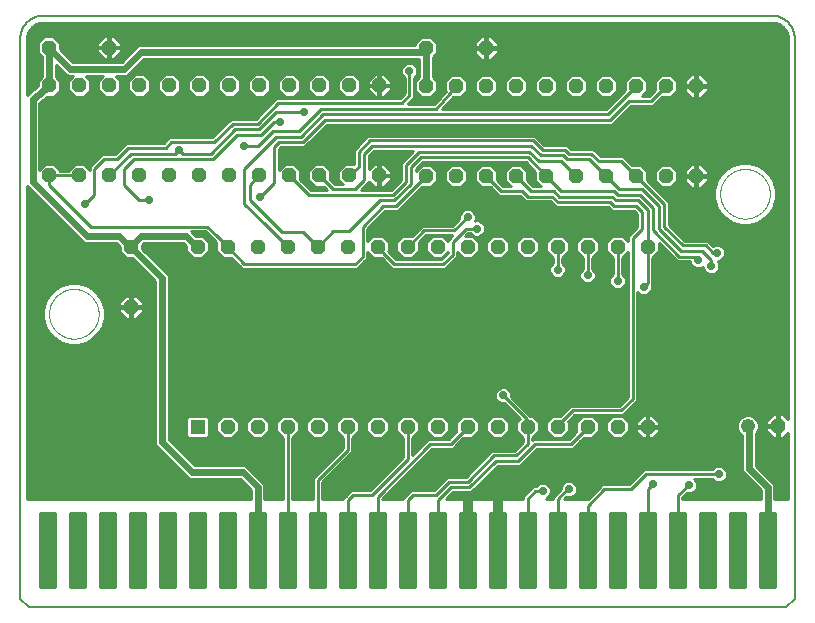
<source format=gbl>
G75*
%MOIN*%
%OFA0B0*%
%FSLAX25Y25*%
%IPPOS*%
%LPD*%
%AMOC8*
5,1,8,0,0,1.08239X$1,22.5*
%
%ADD10C,0.00600*%
%ADD11R,0.04800X0.04800*%
%ADD12OC8,0.04800*%
%ADD13C,0.04800*%
%ADD14C,0.01500*%
%ADD15C,0.00000*%
%ADD16C,0.03200*%
%ADD17C,0.01000*%
%ADD18C,0.02400*%
%ADD19C,0.02800*%
D10*
X0073680Y0007250D02*
X0076493Y0004438D01*
X0328993Y0004438D01*
X0331805Y0007250D01*
X0331805Y0194125D01*
X0331803Y0194306D01*
X0331796Y0194487D01*
X0331785Y0194668D01*
X0331770Y0194849D01*
X0331750Y0195029D01*
X0331726Y0195209D01*
X0331698Y0195388D01*
X0331665Y0195566D01*
X0331628Y0195743D01*
X0331587Y0195920D01*
X0331542Y0196095D01*
X0331492Y0196270D01*
X0331438Y0196443D01*
X0331380Y0196614D01*
X0331318Y0196785D01*
X0331251Y0196953D01*
X0331181Y0197120D01*
X0331107Y0197286D01*
X0331028Y0197449D01*
X0330946Y0197610D01*
X0330860Y0197770D01*
X0330770Y0197927D01*
X0330676Y0198082D01*
X0330579Y0198235D01*
X0330477Y0198385D01*
X0330373Y0198533D01*
X0330264Y0198679D01*
X0330153Y0198821D01*
X0330037Y0198961D01*
X0329919Y0199098D01*
X0329797Y0199233D01*
X0329672Y0199364D01*
X0329544Y0199492D01*
X0329413Y0199617D01*
X0329278Y0199739D01*
X0329141Y0199857D01*
X0329001Y0199973D01*
X0328859Y0200084D01*
X0328713Y0200193D01*
X0328565Y0200297D01*
X0328415Y0200399D01*
X0328262Y0200496D01*
X0328107Y0200590D01*
X0327950Y0200680D01*
X0327790Y0200766D01*
X0327629Y0200848D01*
X0327466Y0200927D01*
X0327300Y0201001D01*
X0327133Y0201071D01*
X0326965Y0201138D01*
X0326794Y0201200D01*
X0326623Y0201258D01*
X0326450Y0201312D01*
X0326275Y0201362D01*
X0326100Y0201407D01*
X0325923Y0201448D01*
X0325746Y0201485D01*
X0325568Y0201518D01*
X0325389Y0201546D01*
X0325209Y0201570D01*
X0325029Y0201590D01*
X0324848Y0201605D01*
X0324667Y0201616D01*
X0324486Y0201623D01*
X0324305Y0201625D01*
X0081180Y0201625D01*
X0080999Y0201623D01*
X0080818Y0201616D01*
X0080637Y0201605D01*
X0080456Y0201590D01*
X0080276Y0201570D01*
X0080096Y0201546D01*
X0079917Y0201518D01*
X0079739Y0201485D01*
X0079562Y0201448D01*
X0079385Y0201407D01*
X0079210Y0201362D01*
X0079035Y0201312D01*
X0078862Y0201258D01*
X0078691Y0201200D01*
X0078520Y0201138D01*
X0078352Y0201071D01*
X0078185Y0201001D01*
X0078019Y0200927D01*
X0077856Y0200848D01*
X0077695Y0200766D01*
X0077535Y0200680D01*
X0077378Y0200590D01*
X0077223Y0200496D01*
X0077070Y0200399D01*
X0076920Y0200297D01*
X0076772Y0200193D01*
X0076626Y0200084D01*
X0076484Y0199973D01*
X0076344Y0199857D01*
X0076207Y0199739D01*
X0076072Y0199617D01*
X0075941Y0199492D01*
X0075813Y0199364D01*
X0075688Y0199233D01*
X0075566Y0199098D01*
X0075448Y0198961D01*
X0075332Y0198821D01*
X0075221Y0198679D01*
X0075112Y0198533D01*
X0075008Y0198385D01*
X0074906Y0198235D01*
X0074809Y0198082D01*
X0074715Y0197927D01*
X0074625Y0197770D01*
X0074539Y0197610D01*
X0074457Y0197449D01*
X0074378Y0197286D01*
X0074304Y0197120D01*
X0074234Y0196953D01*
X0074167Y0196785D01*
X0074105Y0196614D01*
X0074047Y0196443D01*
X0073993Y0196270D01*
X0073943Y0196095D01*
X0073898Y0195920D01*
X0073857Y0195743D01*
X0073820Y0195566D01*
X0073787Y0195388D01*
X0073759Y0195209D01*
X0073735Y0195029D01*
X0073715Y0194849D01*
X0073700Y0194668D01*
X0073689Y0194487D01*
X0073682Y0194306D01*
X0073680Y0194125D01*
X0073680Y0007250D01*
D11*
X0132743Y0064625D03*
D12*
X0142743Y0064625D03*
X0152743Y0064625D03*
X0162743Y0064625D03*
X0172743Y0064625D03*
X0182743Y0064625D03*
X0192743Y0064625D03*
X0202743Y0064625D03*
X0212743Y0064625D03*
X0222743Y0064625D03*
X0232743Y0064625D03*
X0242743Y0064625D03*
X0252743Y0064625D03*
X0262743Y0064625D03*
X0272743Y0064625D03*
X0282743Y0064625D03*
X0326180Y0064875D03*
X0282743Y0124625D03*
X0272743Y0124625D03*
X0262743Y0124625D03*
X0252743Y0124625D03*
X0242743Y0124625D03*
X0232743Y0124625D03*
X0222743Y0124625D03*
X0212743Y0124625D03*
X0202743Y0124625D03*
X0192743Y0124625D03*
X0182743Y0124625D03*
X0172743Y0124625D03*
X0162743Y0124625D03*
X0152743Y0124625D03*
X0142743Y0124625D03*
X0132743Y0124625D03*
X0110555Y0124437D03*
X0110555Y0104437D03*
X0113368Y0148375D03*
X0123368Y0148375D03*
X0133368Y0148375D03*
X0143368Y0148375D03*
X0153368Y0148375D03*
X0163368Y0148375D03*
X0173368Y0148375D03*
X0183368Y0148375D03*
X0193368Y0148375D03*
X0208993Y0148188D03*
X0218993Y0148188D03*
X0228993Y0148188D03*
X0238993Y0148188D03*
X0248993Y0148188D03*
X0258993Y0148188D03*
X0268993Y0148188D03*
X0278993Y0148188D03*
X0288993Y0148188D03*
X0298993Y0148188D03*
X0298993Y0178187D03*
X0288993Y0178187D03*
X0278993Y0178187D03*
X0268993Y0178187D03*
X0258993Y0178187D03*
X0248993Y0178187D03*
X0238993Y0178187D03*
X0228993Y0178187D03*
X0218993Y0178187D03*
X0208993Y0178187D03*
X0193368Y0178375D03*
X0183368Y0178375D03*
X0173368Y0178375D03*
X0163368Y0178375D03*
X0153368Y0178375D03*
X0143368Y0178375D03*
X0133368Y0178375D03*
X0123368Y0178375D03*
X0113368Y0178375D03*
X0103368Y0178375D03*
X0093368Y0178375D03*
X0083368Y0178375D03*
X0083181Y0191000D03*
X0103181Y0191000D03*
X0103368Y0148375D03*
X0093368Y0148375D03*
X0083368Y0148375D03*
X0209017Y0190838D03*
X0229017Y0190838D03*
D13*
X0316180Y0064875D03*
D14*
X0314993Y0035500D02*
X0310493Y0035500D01*
X0314993Y0035500D02*
X0314993Y0011500D01*
X0310493Y0011500D01*
X0310493Y0035500D01*
X0310493Y0012999D02*
X0314993Y0012999D01*
X0314993Y0014498D02*
X0310493Y0014498D01*
X0310493Y0015997D02*
X0314993Y0015997D01*
X0314993Y0017496D02*
X0310493Y0017496D01*
X0310493Y0018995D02*
X0314993Y0018995D01*
X0314993Y0020494D02*
X0310493Y0020494D01*
X0310493Y0021993D02*
X0314993Y0021993D01*
X0314993Y0023492D02*
X0310493Y0023492D01*
X0310493Y0024991D02*
X0314993Y0024991D01*
X0314993Y0026490D02*
X0310493Y0026490D01*
X0310493Y0027989D02*
X0314993Y0027989D01*
X0314993Y0029488D02*
X0310493Y0029488D01*
X0310493Y0030987D02*
X0314993Y0030987D01*
X0314993Y0032486D02*
X0310493Y0032486D01*
X0310493Y0033985D02*
X0314993Y0033985D01*
X0314993Y0035484D02*
X0310493Y0035484D01*
X0304993Y0035500D02*
X0300493Y0035500D01*
X0304993Y0035500D02*
X0304993Y0011500D01*
X0300493Y0011500D01*
X0300493Y0035500D01*
X0300493Y0012999D02*
X0304993Y0012999D01*
X0304993Y0014498D02*
X0300493Y0014498D01*
X0300493Y0015997D02*
X0304993Y0015997D01*
X0304993Y0017496D02*
X0300493Y0017496D01*
X0300493Y0018995D02*
X0304993Y0018995D01*
X0304993Y0020494D02*
X0300493Y0020494D01*
X0300493Y0021993D02*
X0304993Y0021993D01*
X0304993Y0023492D02*
X0300493Y0023492D01*
X0300493Y0024991D02*
X0304993Y0024991D01*
X0304993Y0026490D02*
X0300493Y0026490D01*
X0300493Y0027989D02*
X0304993Y0027989D01*
X0304993Y0029488D02*
X0300493Y0029488D01*
X0300493Y0030987D02*
X0304993Y0030987D01*
X0304993Y0032486D02*
X0300493Y0032486D01*
X0300493Y0033985D02*
X0304993Y0033985D01*
X0304993Y0035484D02*
X0300493Y0035484D01*
X0294993Y0035500D02*
X0290493Y0035500D01*
X0294993Y0035500D02*
X0294993Y0011500D01*
X0290493Y0011500D01*
X0290493Y0035500D01*
X0290493Y0012999D02*
X0294993Y0012999D01*
X0294993Y0014498D02*
X0290493Y0014498D01*
X0290493Y0015997D02*
X0294993Y0015997D01*
X0294993Y0017496D02*
X0290493Y0017496D01*
X0290493Y0018995D02*
X0294993Y0018995D01*
X0294993Y0020494D02*
X0290493Y0020494D01*
X0290493Y0021993D02*
X0294993Y0021993D01*
X0294993Y0023492D02*
X0290493Y0023492D01*
X0290493Y0024991D02*
X0294993Y0024991D01*
X0294993Y0026490D02*
X0290493Y0026490D01*
X0290493Y0027989D02*
X0294993Y0027989D01*
X0294993Y0029488D02*
X0290493Y0029488D01*
X0290493Y0030987D02*
X0294993Y0030987D01*
X0294993Y0032486D02*
X0290493Y0032486D01*
X0290493Y0033985D02*
X0294993Y0033985D01*
X0294993Y0035484D02*
X0290493Y0035484D01*
X0284993Y0035500D02*
X0280493Y0035500D01*
X0284993Y0035500D02*
X0284993Y0011500D01*
X0280493Y0011500D01*
X0280493Y0035500D01*
X0280493Y0012999D02*
X0284993Y0012999D01*
X0284993Y0014498D02*
X0280493Y0014498D01*
X0280493Y0015997D02*
X0284993Y0015997D01*
X0284993Y0017496D02*
X0280493Y0017496D01*
X0280493Y0018995D02*
X0284993Y0018995D01*
X0284993Y0020494D02*
X0280493Y0020494D01*
X0280493Y0021993D02*
X0284993Y0021993D01*
X0284993Y0023492D02*
X0280493Y0023492D01*
X0280493Y0024991D02*
X0284993Y0024991D01*
X0284993Y0026490D02*
X0280493Y0026490D01*
X0280493Y0027989D02*
X0284993Y0027989D01*
X0284993Y0029488D02*
X0280493Y0029488D01*
X0280493Y0030987D02*
X0284993Y0030987D01*
X0284993Y0032486D02*
X0280493Y0032486D01*
X0280493Y0033985D02*
X0284993Y0033985D01*
X0284993Y0035484D02*
X0280493Y0035484D01*
X0274993Y0035500D02*
X0270493Y0035500D01*
X0274993Y0035500D02*
X0274993Y0011500D01*
X0270493Y0011500D01*
X0270493Y0035500D01*
X0270493Y0012999D02*
X0274993Y0012999D01*
X0274993Y0014498D02*
X0270493Y0014498D01*
X0270493Y0015997D02*
X0274993Y0015997D01*
X0274993Y0017496D02*
X0270493Y0017496D01*
X0270493Y0018995D02*
X0274993Y0018995D01*
X0274993Y0020494D02*
X0270493Y0020494D01*
X0270493Y0021993D02*
X0274993Y0021993D01*
X0274993Y0023492D02*
X0270493Y0023492D01*
X0270493Y0024991D02*
X0274993Y0024991D01*
X0274993Y0026490D02*
X0270493Y0026490D01*
X0270493Y0027989D02*
X0274993Y0027989D01*
X0274993Y0029488D02*
X0270493Y0029488D01*
X0270493Y0030987D02*
X0274993Y0030987D01*
X0274993Y0032486D02*
X0270493Y0032486D01*
X0270493Y0033985D02*
X0274993Y0033985D01*
X0274993Y0035484D02*
X0270493Y0035484D01*
X0264993Y0035500D02*
X0260493Y0035500D01*
X0264993Y0035500D02*
X0264993Y0011500D01*
X0260493Y0011500D01*
X0260493Y0035500D01*
X0260493Y0012999D02*
X0264993Y0012999D01*
X0264993Y0014498D02*
X0260493Y0014498D01*
X0260493Y0015997D02*
X0264993Y0015997D01*
X0264993Y0017496D02*
X0260493Y0017496D01*
X0260493Y0018995D02*
X0264993Y0018995D01*
X0264993Y0020494D02*
X0260493Y0020494D01*
X0260493Y0021993D02*
X0264993Y0021993D01*
X0264993Y0023492D02*
X0260493Y0023492D01*
X0260493Y0024991D02*
X0264993Y0024991D01*
X0264993Y0026490D02*
X0260493Y0026490D01*
X0260493Y0027989D02*
X0264993Y0027989D01*
X0264993Y0029488D02*
X0260493Y0029488D01*
X0260493Y0030987D02*
X0264993Y0030987D01*
X0264993Y0032486D02*
X0260493Y0032486D01*
X0260493Y0033985D02*
X0264993Y0033985D01*
X0264993Y0035484D02*
X0260493Y0035484D01*
X0254993Y0035500D02*
X0250493Y0035500D01*
X0254993Y0035500D02*
X0254993Y0011500D01*
X0250493Y0011500D01*
X0250493Y0035500D01*
X0250493Y0012999D02*
X0254993Y0012999D01*
X0254993Y0014498D02*
X0250493Y0014498D01*
X0250493Y0015997D02*
X0254993Y0015997D01*
X0254993Y0017496D02*
X0250493Y0017496D01*
X0250493Y0018995D02*
X0254993Y0018995D01*
X0254993Y0020494D02*
X0250493Y0020494D01*
X0250493Y0021993D02*
X0254993Y0021993D01*
X0254993Y0023492D02*
X0250493Y0023492D01*
X0250493Y0024991D02*
X0254993Y0024991D01*
X0254993Y0026490D02*
X0250493Y0026490D01*
X0250493Y0027989D02*
X0254993Y0027989D01*
X0254993Y0029488D02*
X0250493Y0029488D01*
X0250493Y0030987D02*
X0254993Y0030987D01*
X0254993Y0032486D02*
X0250493Y0032486D01*
X0250493Y0033985D02*
X0254993Y0033985D01*
X0254993Y0035484D02*
X0250493Y0035484D01*
X0244993Y0035500D02*
X0240493Y0035500D01*
X0244993Y0035500D02*
X0244993Y0011500D01*
X0240493Y0011500D01*
X0240493Y0035500D01*
X0240493Y0012999D02*
X0244993Y0012999D01*
X0244993Y0014498D02*
X0240493Y0014498D01*
X0240493Y0015997D02*
X0244993Y0015997D01*
X0244993Y0017496D02*
X0240493Y0017496D01*
X0240493Y0018995D02*
X0244993Y0018995D01*
X0244993Y0020494D02*
X0240493Y0020494D01*
X0240493Y0021993D02*
X0244993Y0021993D01*
X0244993Y0023492D02*
X0240493Y0023492D01*
X0240493Y0024991D02*
X0244993Y0024991D01*
X0244993Y0026490D02*
X0240493Y0026490D01*
X0240493Y0027989D02*
X0244993Y0027989D01*
X0244993Y0029488D02*
X0240493Y0029488D01*
X0240493Y0030987D02*
X0244993Y0030987D01*
X0244993Y0032486D02*
X0240493Y0032486D01*
X0240493Y0033985D02*
X0244993Y0033985D01*
X0244993Y0035484D02*
X0240493Y0035484D01*
X0234993Y0035500D02*
X0230493Y0035500D01*
X0234993Y0035500D02*
X0234993Y0011500D01*
X0230493Y0011500D01*
X0230493Y0035500D01*
X0230493Y0012999D02*
X0234993Y0012999D01*
X0234993Y0014498D02*
X0230493Y0014498D01*
X0230493Y0015997D02*
X0234993Y0015997D01*
X0234993Y0017496D02*
X0230493Y0017496D01*
X0230493Y0018995D02*
X0234993Y0018995D01*
X0234993Y0020494D02*
X0230493Y0020494D01*
X0230493Y0021993D02*
X0234993Y0021993D01*
X0234993Y0023492D02*
X0230493Y0023492D01*
X0230493Y0024991D02*
X0234993Y0024991D01*
X0234993Y0026490D02*
X0230493Y0026490D01*
X0230493Y0027989D02*
X0234993Y0027989D01*
X0234993Y0029488D02*
X0230493Y0029488D01*
X0230493Y0030987D02*
X0234993Y0030987D01*
X0234993Y0032486D02*
X0230493Y0032486D01*
X0230493Y0033985D02*
X0234993Y0033985D01*
X0234993Y0035484D02*
X0230493Y0035484D01*
X0224993Y0035500D02*
X0220493Y0035500D01*
X0224993Y0035500D02*
X0224993Y0011500D01*
X0220493Y0011500D01*
X0220493Y0035500D01*
X0220493Y0012999D02*
X0224993Y0012999D01*
X0224993Y0014498D02*
X0220493Y0014498D01*
X0220493Y0015997D02*
X0224993Y0015997D01*
X0224993Y0017496D02*
X0220493Y0017496D01*
X0220493Y0018995D02*
X0224993Y0018995D01*
X0224993Y0020494D02*
X0220493Y0020494D01*
X0220493Y0021993D02*
X0224993Y0021993D01*
X0224993Y0023492D02*
X0220493Y0023492D01*
X0220493Y0024991D02*
X0224993Y0024991D01*
X0224993Y0026490D02*
X0220493Y0026490D01*
X0220493Y0027989D02*
X0224993Y0027989D01*
X0224993Y0029488D02*
X0220493Y0029488D01*
X0220493Y0030987D02*
X0224993Y0030987D01*
X0224993Y0032486D02*
X0220493Y0032486D01*
X0220493Y0033985D02*
X0224993Y0033985D01*
X0224993Y0035484D02*
X0220493Y0035484D01*
X0214993Y0035500D02*
X0210493Y0035500D01*
X0214993Y0035500D02*
X0214993Y0011500D01*
X0210493Y0011500D01*
X0210493Y0035500D01*
X0210493Y0012999D02*
X0214993Y0012999D01*
X0214993Y0014498D02*
X0210493Y0014498D01*
X0210493Y0015997D02*
X0214993Y0015997D01*
X0214993Y0017496D02*
X0210493Y0017496D01*
X0210493Y0018995D02*
X0214993Y0018995D01*
X0214993Y0020494D02*
X0210493Y0020494D01*
X0210493Y0021993D02*
X0214993Y0021993D01*
X0214993Y0023492D02*
X0210493Y0023492D01*
X0210493Y0024991D02*
X0214993Y0024991D01*
X0214993Y0026490D02*
X0210493Y0026490D01*
X0210493Y0027989D02*
X0214993Y0027989D01*
X0214993Y0029488D02*
X0210493Y0029488D01*
X0210493Y0030987D02*
X0214993Y0030987D01*
X0214993Y0032486D02*
X0210493Y0032486D01*
X0210493Y0033985D02*
X0214993Y0033985D01*
X0214993Y0035484D02*
X0210493Y0035484D01*
X0204993Y0035500D02*
X0200493Y0035500D01*
X0204993Y0035500D02*
X0204993Y0011500D01*
X0200493Y0011500D01*
X0200493Y0035500D01*
X0200493Y0012999D02*
X0204993Y0012999D01*
X0204993Y0014498D02*
X0200493Y0014498D01*
X0200493Y0015997D02*
X0204993Y0015997D01*
X0204993Y0017496D02*
X0200493Y0017496D01*
X0200493Y0018995D02*
X0204993Y0018995D01*
X0204993Y0020494D02*
X0200493Y0020494D01*
X0200493Y0021993D02*
X0204993Y0021993D01*
X0204993Y0023492D02*
X0200493Y0023492D01*
X0200493Y0024991D02*
X0204993Y0024991D01*
X0204993Y0026490D02*
X0200493Y0026490D01*
X0200493Y0027989D02*
X0204993Y0027989D01*
X0204993Y0029488D02*
X0200493Y0029488D01*
X0200493Y0030987D02*
X0204993Y0030987D01*
X0204993Y0032486D02*
X0200493Y0032486D01*
X0200493Y0033985D02*
X0204993Y0033985D01*
X0204993Y0035484D02*
X0200493Y0035484D01*
X0194993Y0035500D02*
X0190493Y0035500D01*
X0194993Y0035500D02*
X0194993Y0011500D01*
X0190493Y0011500D01*
X0190493Y0035500D01*
X0190493Y0012999D02*
X0194993Y0012999D01*
X0194993Y0014498D02*
X0190493Y0014498D01*
X0190493Y0015997D02*
X0194993Y0015997D01*
X0194993Y0017496D02*
X0190493Y0017496D01*
X0190493Y0018995D02*
X0194993Y0018995D01*
X0194993Y0020494D02*
X0190493Y0020494D01*
X0190493Y0021993D02*
X0194993Y0021993D01*
X0194993Y0023492D02*
X0190493Y0023492D01*
X0190493Y0024991D02*
X0194993Y0024991D01*
X0194993Y0026490D02*
X0190493Y0026490D01*
X0190493Y0027989D02*
X0194993Y0027989D01*
X0194993Y0029488D02*
X0190493Y0029488D01*
X0190493Y0030987D02*
X0194993Y0030987D01*
X0194993Y0032486D02*
X0190493Y0032486D01*
X0190493Y0033985D02*
X0194993Y0033985D01*
X0194993Y0035484D02*
X0190493Y0035484D01*
X0184993Y0035500D02*
X0180493Y0035500D01*
X0184993Y0035500D02*
X0184993Y0011500D01*
X0180493Y0011500D01*
X0180493Y0035500D01*
X0180493Y0012999D02*
X0184993Y0012999D01*
X0184993Y0014498D02*
X0180493Y0014498D01*
X0180493Y0015997D02*
X0184993Y0015997D01*
X0184993Y0017496D02*
X0180493Y0017496D01*
X0180493Y0018995D02*
X0184993Y0018995D01*
X0184993Y0020494D02*
X0180493Y0020494D01*
X0180493Y0021993D02*
X0184993Y0021993D01*
X0184993Y0023492D02*
X0180493Y0023492D01*
X0180493Y0024991D02*
X0184993Y0024991D01*
X0184993Y0026490D02*
X0180493Y0026490D01*
X0180493Y0027989D02*
X0184993Y0027989D01*
X0184993Y0029488D02*
X0180493Y0029488D01*
X0180493Y0030987D02*
X0184993Y0030987D01*
X0184993Y0032486D02*
X0180493Y0032486D01*
X0180493Y0033985D02*
X0184993Y0033985D01*
X0184993Y0035484D02*
X0180493Y0035484D01*
X0174993Y0035500D02*
X0170493Y0035500D01*
X0174993Y0035500D02*
X0174993Y0011500D01*
X0170493Y0011500D01*
X0170493Y0035500D01*
X0170493Y0012999D02*
X0174993Y0012999D01*
X0174993Y0014498D02*
X0170493Y0014498D01*
X0170493Y0015997D02*
X0174993Y0015997D01*
X0174993Y0017496D02*
X0170493Y0017496D01*
X0170493Y0018995D02*
X0174993Y0018995D01*
X0174993Y0020494D02*
X0170493Y0020494D01*
X0170493Y0021993D02*
X0174993Y0021993D01*
X0174993Y0023492D02*
X0170493Y0023492D01*
X0170493Y0024991D02*
X0174993Y0024991D01*
X0174993Y0026490D02*
X0170493Y0026490D01*
X0170493Y0027989D02*
X0174993Y0027989D01*
X0174993Y0029488D02*
X0170493Y0029488D01*
X0170493Y0030987D02*
X0174993Y0030987D01*
X0174993Y0032486D02*
X0170493Y0032486D01*
X0170493Y0033985D02*
X0174993Y0033985D01*
X0174993Y0035484D02*
X0170493Y0035484D01*
X0164993Y0035500D02*
X0160493Y0035500D01*
X0164993Y0035500D02*
X0164993Y0011500D01*
X0160493Y0011500D01*
X0160493Y0035500D01*
X0160493Y0012999D02*
X0164993Y0012999D01*
X0164993Y0014498D02*
X0160493Y0014498D01*
X0160493Y0015997D02*
X0164993Y0015997D01*
X0164993Y0017496D02*
X0160493Y0017496D01*
X0160493Y0018995D02*
X0164993Y0018995D01*
X0164993Y0020494D02*
X0160493Y0020494D01*
X0160493Y0021993D02*
X0164993Y0021993D01*
X0164993Y0023492D02*
X0160493Y0023492D01*
X0160493Y0024991D02*
X0164993Y0024991D01*
X0164993Y0026490D02*
X0160493Y0026490D01*
X0160493Y0027989D02*
X0164993Y0027989D01*
X0164993Y0029488D02*
X0160493Y0029488D01*
X0160493Y0030987D02*
X0164993Y0030987D01*
X0164993Y0032486D02*
X0160493Y0032486D01*
X0160493Y0033985D02*
X0164993Y0033985D01*
X0164993Y0035484D02*
X0160493Y0035484D01*
X0154993Y0035500D02*
X0150493Y0035500D01*
X0154993Y0035500D02*
X0154993Y0011500D01*
X0150493Y0011500D01*
X0150493Y0035500D01*
X0150493Y0012999D02*
X0154993Y0012999D01*
X0154993Y0014498D02*
X0150493Y0014498D01*
X0150493Y0015997D02*
X0154993Y0015997D01*
X0154993Y0017496D02*
X0150493Y0017496D01*
X0150493Y0018995D02*
X0154993Y0018995D01*
X0154993Y0020494D02*
X0150493Y0020494D01*
X0150493Y0021993D02*
X0154993Y0021993D01*
X0154993Y0023492D02*
X0150493Y0023492D01*
X0150493Y0024991D02*
X0154993Y0024991D01*
X0154993Y0026490D02*
X0150493Y0026490D01*
X0150493Y0027989D02*
X0154993Y0027989D01*
X0154993Y0029488D02*
X0150493Y0029488D01*
X0150493Y0030987D02*
X0154993Y0030987D01*
X0154993Y0032486D02*
X0150493Y0032486D01*
X0150493Y0033985D02*
X0154993Y0033985D01*
X0154993Y0035484D02*
X0150493Y0035484D01*
X0144993Y0035500D02*
X0140493Y0035500D01*
X0144993Y0035500D02*
X0144993Y0011500D01*
X0140493Y0011500D01*
X0140493Y0035500D01*
X0140493Y0012999D02*
X0144993Y0012999D01*
X0144993Y0014498D02*
X0140493Y0014498D01*
X0140493Y0015997D02*
X0144993Y0015997D01*
X0144993Y0017496D02*
X0140493Y0017496D01*
X0140493Y0018995D02*
X0144993Y0018995D01*
X0144993Y0020494D02*
X0140493Y0020494D01*
X0140493Y0021993D02*
X0144993Y0021993D01*
X0144993Y0023492D02*
X0140493Y0023492D01*
X0140493Y0024991D02*
X0144993Y0024991D01*
X0144993Y0026490D02*
X0140493Y0026490D01*
X0140493Y0027989D02*
X0144993Y0027989D01*
X0144993Y0029488D02*
X0140493Y0029488D01*
X0140493Y0030987D02*
X0144993Y0030987D01*
X0144993Y0032486D02*
X0140493Y0032486D01*
X0140493Y0033985D02*
X0144993Y0033985D01*
X0144993Y0035484D02*
X0140493Y0035484D01*
X0134993Y0035500D02*
X0130493Y0035500D01*
X0134993Y0035500D02*
X0134993Y0011500D01*
X0130493Y0011500D01*
X0130493Y0035500D01*
X0130493Y0012999D02*
X0134993Y0012999D01*
X0134993Y0014498D02*
X0130493Y0014498D01*
X0130493Y0015997D02*
X0134993Y0015997D01*
X0134993Y0017496D02*
X0130493Y0017496D01*
X0130493Y0018995D02*
X0134993Y0018995D01*
X0134993Y0020494D02*
X0130493Y0020494D01*
X0130493Y0021993D02*
X0134993Y0021993D01*
X0134993Y0023492D02*
X0130493Y0023492D01*
X0130493Y0024991D02*
X0134993Y0024991D01*
X0134993Y0026490D02*
X0130493Y0026490D01*
X0130493Y0027989D02*
X0134993Y0027989D01*
X0134993Y0029488D02*
X0130493Y0029488D01*
X0130493Y0030987D02*
X0134993Y0030987D01*
X0134993Y0032486D02*
X0130493Y0032486D01*
X0130493Y0033985D02*
X0134993Y0033985D01*
X0134993Y0035484D02*
X0130493Y0035484D01*
X0124993Y0035500D02*
X0120493Y0035500D01*
X0124993Y0035500D02*
X0124993Y0011500D01*
X0120493Y0011500D01*
X0120493Y0035500D01*
X0120493Y0012999D02*
X0124993Y0012999D01*
X0124993Y0014498D02*
X0120493Y0014498D01*
X0120493Y0015997D02*
X0124993Y0015997D01*
X0124993Y0017496D02*
X0120493Y0017496D01*
X0120493Y0018995D02*
X0124993Y0018995D01*
X0124993Y0020494D02*
X0120493Y0020494D01*
X0120493Y0021993D02*
X0124993Y0021993D01*
X0124993Y0023492D02*
X0120493Y0023492D01*
X0120493Y0024991D02*
X0124993Y0024991D01*
X0124993Y0026490D02*
X0120493Y0026490D01*
X0120493Y0027989D02*
X0124993Y0027989D01*
X0124993Y0029488D02*
X0120493Y0029488D01*
X0120493Y0030987D02*
X0124993Y0030987D01*
X0124993Y0032486D02*
X0120493Y0032486D01*
X0120493Y0033985D02*
X0124993Y0033985D01*
X0124993Y0035484D02*
X0120493Y0035484D01*
X0114993Y0035500D02*
X0110493Y0035500D01*
X0114993Y0035500D02*
X0114993Y0011500D01*
X0110493Y0011500D01*
X0110493Y0035500D01*
X0110493Y0012999D02*
X0114993Y0012999D01*
X0114993Y0014498D02*
X0110493Y0014498D01*
X0110493Y0015997D02*
X0114993Y0015997D01*
X0114993Y0017496D02*
X0110493Y0017496D01*
X0110493Y0018995D02*
X0114993Y0018995D01*
X0114993Y0020494D02*
X0110493Y0020494D01*
X0110493Y0021993D02*
X0114993Y0021993D01*
X0114993Y0023492D02*
X0110493Y0023492D01*
X0110493Y0024991D02*
X0114993Y0024991D01*
X0114993Y0026490D02*
X0110493Y0026490D01*
X0110493Y0027989D02*
X0114993Y0027989D01*
X0114993Y0029488D02*
X0110493Y0029488D01*
X0110493Y0030987D02*
X0114993Y0030987D01*
X0114993Y0032486D02*
X0110493Y0032486D01*
X0110493Y0033985D02*
X0114993Y0033985D01*
X0114993Y0035484D02*
X0110493Y0035484D01*
X0104993Y0035500D02*
X0100493Y0035500D01*
X0104993Y0035500D02*
X0104993Y0011500D01*
X0100493Y0011500D01*
X0100493Y0035500D01*
X0100493Y0012999D02*
X0104993Y0012999D01*
X0104993Y0014498D02*
X0100493Y0014498D01*
X0100493Y0015997D02*
X0104993Y0015997D01*
X0104993Y0017496D02*
X0100493Y0017496D01*
X0100493Y0018995D02*
X0104993Y0018995D01*
X0104993Y0020494D02*
X0100493Y0020494D01*
X0100493Y0021993D02*
X0104993Y0021993D01*
X0104993Y0023492D02*
X0100493Y0023492D01*
X0100493Y0024991D02*
X0104993Y0024991D01*
X0104993Y0026490D02*
X0100493Y0026490D01*
X0100493Y0027989D02*
X0104993Y0027989D01*
X0104993Y0029488D02*
X0100493Y0029488D01*
X0100493Y0030987D02*
X0104993Y0030987D01*
X0104993Y0032486D02*
X0100493Y0032486D01*
X0100493Y0033985D02*
X0104993Y0033985D01*
X0104993Y0035484D02*
X0100493Y0035484D01*
X0094993Y0035500D02*
X0090493Y0035500D01*
X0094993Y0035500D02*
X0094993Y0011500D01*
X0090493Y0011500D01*
X0090493Y0035500D01*
X0090493Y0012999D02*
X0094993Y0012999D01*
X0094993Y0014498D02*
X0090493Y0014498D01*
X0090493Y0015997D02*
X0094993Y0015997D01*
X0094993Y0017496D02*
X0090493Y0017496D01*
X0090493Y0018995D02*
X0094993Y0018995D01*
X0094993Y0020494D02*
X0090493Y0020494D01*
X0090493Y0021993D02*
X0094993Y0021993D01*
X0094993Y0023492D02*
X0090493Y0023492D01*
X0090493Y0024991D02*
X0094993Y0024991D01*
X0094993Y0026490D02*
X0090493Y0026490D01*
X0090493Y0027989D02*
X0094993Y0027989D01*
X0094993Y0029488D02*
X0090493Y0029488D01*
X0090493Y0030987D02*
X0094993Y0030987D01*
X0094993Y0032486D02*
X0090493Y0032486D01*
X0090493Y0033985D02*
X0094993Y0033985D01*
X0094993Y0035484D02*
X0090493Y0035484D01*
X0084993Y0035500D02*
X0080493Y0035500D01*
X0084993Y0035500D02*
X0084993Y0011500D01*
X0080493Y0011500D01*
X0080493Y0035500D01*
X0080493Y0012999D02*
X0084993Y0012999D01*
X0084993Y0014498D02*
X0080493Y0014498D01*
X0080493Y0015997D02*
X0084993Y0015997D01*
X0084993Y0017496D02*
X0080493Y0017496D01*
X0080493Y0018995D02*
X0084993Y0018995D01*
X0084993Y0020494D02*
X0080493Y0020494D01*
X0080493Y0021993D02*
X0084993Y0021993D01*
X0084993Y0023492D02*
X0080493Y0023492D01*
X0080493Y0024991D02*
X0084993Y0024991D01*
X0084993Y0026490D02*
X0080493Y0026490D01*
X0080493Y0027989D02*
X0084993Y0027989D01*
X0084993Y0029488D02*
X0080493Y0029488D01*
X0080493Y0030987D02*
X0084993Y0030987D01*
X0084993Y0032486D02*
X0080493Y0032486D01*
X0080493Y0033985D02*
X0084993Y0033985D01*
X0084993Y0035484D02*
X0080493Y0035484D01*
X0320493Y0035500D02*
X0324993Y0035500D01*
X0324993Y0011500D01*
X0320493Y0011500D01*
X0320493Y0035500D01*
X0320493Y0012999D02*
X0324993Y0012999D01*
X0324993Y0014498D02*
X0320493Y0014498D01*
X0320493Y0015997D02*
X0324993Y0015997D01*
X0324993Y0017496D02*
X0320493Y0017496D01*
X0320493Y0018995D02*
X0324993Y0018995D01*
X0324993Y0020494D02*
X0320493Y0020494D01*
X0320493Y0021993D02*
X0324993Y0021993D01*
X0324993Y0023492D02*
X0320493Y0023492D01*
X0320493Y0024991D02*
X0324993Y0024991D01*
X0324993Y0026490D02*
X0320493Y0026490D01*
X0320493Y0027989D02*
X0324993Y0027989D01*
X0324993Y0029488D02*
X0320493Y0029488D01*
X0320493Y0030987D02*
X0324993Y0030987D01*
X0324993Y0032486D02*
X0320493Y0032486D01*
X0320493Y0033985D02*
X0324993Y0033985D01*
X0324993Y0035484D02*
X0320493Y0035484D01*
D15*
X0306975Y0142250D02*
X0306977Y0142453D01*
X0306985Y0142656D01*
X0306997Y0142858D01*
X0307015Y0143060D01*
X0307037Y0143262D01*
X0307064Y0143463D01*
X0307097Y0143664D01*
X0307134Y0143863D01*
X0307176Y0144062D01*
X0307223Y0144259D01*
X0307274Y0144455D01*
X0307331Y0144650D01*
X0307392Y0144844D01*
X0307458Y0145035D01*
X0307529Y0145226D01*
X0307604Y0145414D01*
X0307684Y0145601D01*
X0307769Y0145785D01*
X0307858Y0145967D01*
X0307951Y0146148D01*
X0308049Y0146325D01*
X0308151Y0146501D01*
X0308258Y0146673D01*
X0308368Y0146843D01*
X0308483Y0147011D01*
X0308602Y0147175D01*
X0308725Y0147337D01*
X0308852Y0147495D01*
X0308982Y0147650D01*
X0309117Y0147802D01*
X0309255Y0147951D01*
X0309397Y0148096D01*
X0309542Y0148238D01*
X0309691Y0148376D01*
X0309843Y0148511D01*
X0309998Y0148641D01*
X0310156Y0148768D01*
X0310318Y0148891D01*
X0310482Y0149010D01*
X0310650Y0149125D01*
X0310820Y0149235D01*
X0310992Y0149342D01*
X0311168Y0149444D01*
X0311345Y0149542D01*
X0311526Y0149635D01*
X0311708Y0149724D01*
X0311892Y0149809D01*
X0312079Y0149889D01*
X0312267Y0149964D01*
X0312458Y0150035D01*
X0312649Y0150101D01*
X0312843Y0150162D01*
X0313038Y0150219D01*
X0313234Y0150270D01*
X0313431Y0150317D01*
X0313630Y0150359D01*
X0313829Y0150396D01*
X0314030Y0150429D01*
X0314231Y0150456D01*
X0314433Y0150478D01*
X0314635Y0150496D01*
X0314837Y0150508D01*
X0315040Y0150516D01*
X0315243Y0150518D01*
X0315446Y0150516D01*
X0315649Y0150508D01*
X0315851Y0150496D01*
X0316053Y0150478D01*
X0316255Y0150456D01*
X0316456Y0150429D01*
X0316657Y0150396D01*
X0316856Y0150359D01*
X0317055Y0150317D01*
X0317252Y0150270D01*
X0317448Y0150219D01*
X0317643Y0150162D01*
X0317837Y0150101D01*
X0318028Y0150035D01*
X0318219Y0149964D01*
X0318407Y0149889D01*
X0318594Y0149809D01*
X0318778Y0149724D01*
X0318960Y0149635D01*
X0319141Y0149542D01*
X0319318Y0149444D01*
X0319494Y0149342D01*
X0319666Y0149235D01*
X0319836Y0149125D01*
X0320004Y0149010D01*
X0320168Y0148891D01*
X0320330Y0148768D01*
X0320488Y0148641D01*
X0320643Y0148511D01*
X0320795Y0148376D01*
X0320944Y0148238D01*
X0321089Y0148096D01*
X0321231Y0147951D01*
X0321369Y0147802D01*
X0321504Y0147650D01*
X0321634Y0147495D01*
X0321761Y0147337D01*
X0321884Y0147175D01*
X0322003Y0147011D01*
X0322118Y0146843D01*
X0322228Y0146673D01*
X0322335Y0146501D01*
X0322437Y0146325D01*
X0322535Y0146148D01*
X0322628Y0145967D01*
X0322717Y0145785D01*
X0322802Y0145601D01*
X0322882Y0145414D01*
X0322957Y0145226D01*
X0323028Y0145035D01*
X0323094Y0144844D01*
X0323155Y0144650D01*
X0323212Y0144455D01*
X0323263Y0144259D01*
X0323310Y0144062D01*
X0323352Y0143863D01*
X0323389Y0143664D01*
X0323422Y0143463D01*
X0323449Y0143262D01*
X0323471Y0143060D01*
X0323489Y0142858D01*
X0323501Y0142656D01*
X0323509Y0142453D01*
X0323511Y0142250D01*
X0323509Y0142047D01*
X0323501Y0141844D01*
X0323489Y0141642D01*
X0323471Y0141440D01*
X0323449Y0141238D01*
X0323422Y0141037D01*
X0323389Y0140836D01*
X0323352Y0140637D01*
X0323310Y0140438D01*
X0323263Y0140241D01*
X0323212Y0140045D01*
X0323155Y0139850D01*
X0323094Y0139656D01*
X0323028Y0139465D01*
X0322957Y0139274D01*
X0322882Y0139086D01*
X0322802Y0138899D01*
X0322717Y0138715D01*
X0322628Y0138533D01*
X0322535Y0138352D01*
X0322437Y0138175D01*
X0322335Y0137999D01*
X0322228Y0137827D01*
X0322118Y0137657D01*
X0322003Y0137489D01*
X0321884Y0137325D01*
X0321761Y0137163D01*
X0321634Y0137005D01*
X0321504Y0136850D01*
X0321369Y0136698D01*
X0321231Y0136549D01*
X0321089Y0136404D01*
X0320944Y0136262D01*
X0320795Y0136124D01*
X0320643Y0135989D01*
X0320488Y0135859D01*
X0320330Y0135732D01*
X0320168Y0135609D01*
X0320004Y0135490D01*
X0319836Y0135375D01*
X0319666Y0135265D01*
X0319494Y0135158D01*
X0319318Y0135056D01*
X0319141Y0134958D01*
X0318960Y0134865D01*
X0318778Y0134776D01*
X0318594Y0134691D01*
X0318407Y0134611D01*
X0318219Y0134536D01*
X0318028Y0134465D01*
X0317837Y0134399D01*
X0317643Y0134338D01*
X0317448Y0134281D01*
X0317252Y0134230D01*
X0317055Y0134183D01*
X0316856Y0134141D01*
X0316657Y0134104D01*
X0316456Y0134071D01*
X0316255Y0134044D01*
X0316053Y0134022D01*
X0315851Y0134004D01*
X0315649Y0133992D01*
X0315446Y0133984D01*
X0315243Y0133982D01*
X0315040Y0133984D01*
X0314837Y0133992D01*
X0314635Y0134004D01*
X0314433Y0134022D01*
X0314231Y0134044D01*
X0314030Y0134071D01*
X0313829Y0134104D01*
X0313630Y0134141D01*
X0313431Y0134183D01*
X0313234Y0134230D01*
X0313038Y0134281D01*
X0312843Y0134338D01*
X0312649Y0134399D01*
X0312458Y0134465D01*
X0312267Y0134536D01*
X0312079Y0134611D01*
X0311892Y0134691D01*
X0311708Y0134776D01*
X0311526Y0134865D01*
X0311345Y0134958D01*
X0311168Y0135056D01*
X0310992Y0135158D01*
X0310820Y0135265D01*
X0310650Y0135375D01*
X0310482Y0135490D01*
X0310318Y0135609D01*
X0310156Y0135732D01*
X0309998Y0135859D01*
X0309843Y0135989D01*
X0309691Y0136124D01*
X0309542Y0136262D01*
X0309397Y0136404D01*
X0309255Y0136549D01*
X0309117Y0136698D01*
X0308982Y0136850D01*
X0308852Y0137005D01*
X0308725Y0137163D01*
X0308602Y0137325D01*
X0308483Y0137489D01*
X0308368Y0137657D01*
X0308258Y0137827D01*
X0308151Y0137999D01*
X0308049Y0138175D01*
X0307951Y0138352D01*
X0307858Y0138533D01*
X0307769Y0138715D01*
X0307684Y0138899D01*
X0307604Y0139086D01*
X0307529Y0139274D01*
X0307458Y0139465D01*
X0307392Y0139656D01*
X0307331Y0139850D01*
X0307274Y0140045D01*
X0307223Y0140241D01*
X0307176Y0140438D01*
X0307134Y0140637D01*
X0307097Y0140836D01*
X0307064Y0141037D01*
X0307037Y0141238D01*
X0307015Y0141440D01*
X0306997Y0141642D01*
X0306985Y0141844D01*
X0306977Y0142047D01*
X0306975Y0142250D01*
X0083254Y0102250D02*
X0083256Y0102453D01*
X0083264Y0102656D01*
X0083276Y0102858D01*
X0083294Y0103060D01*
X0083316Y0103262D01*
X0083343Y0103463D01*
X0083376Y0103664D01*
X0083413Y0103863D01*
X0083455Y0104062D01*
X0083502Y0104259D01*
X0083553Y0104455D01*
X0083610Y0104650D01*
X0083671Y0104844D01*
X0083737Y0105035D01*
X0083808Y0105226D01*
X0083883Y0105414D01*
X0083963Y0105601D01*
X0084048Y0105785D01*
X0084137Y0105967D01*
X0084230Y0106148D01*
X0084328Y0106325D01*
X0084430Y0106501D01*
X0084537Y0106673D01*
X0084647Y0106843D01*
X0084762Y0107011D01*
X0084881Y0107175D01*
X0085004Y0107337D01*
X0085131Y0107495D01*
X0085261Y0107650D01*
X0085396Y0107802D01*
X0085534Y0107951D01*
X0085676Y0108096D01*
X0085821Y0108238D01*
X0085970Y0108376D01*
X0086122Y0108511D01*
X0086277Y0108641D01*
X0086435Y0108768D01*
X0086597Y0108891D01*
X0086761Y0109010D01*
X0086929Y0109125D01*
X0087099Y0109235D01*
X0087271Y0109342D01*
X0087447Y0109444D01*
X0087624Y0109542D01*
X0087805Y0109635D01*
X0087987Y0109724D01*
X0088171Y0109809D01*
X0088358Y0109889D01*
X0088546Y0109964D01*
X0088737Y0110035D01*
X0088928Y0110101D01*
X0089122Y0110162D01*
X0089317Y0110219D01*
X0089513Y0110270D01*
X0089710Y0110317D01*
X0089909Y0110359D01*
X0090108Y0110396D01*
X0090309Y0110429D01*
X0090510Y0110456D01*
X0090712Y0110478D01*
X0090914Y0110496D01*
X0091116Y0110508D01*
X0091319Y0110516D01*
X0091522Y0110518D01*
X0091725Y0110516D01*
X0091928Y0110508D01*
X0092130Y0110496D01*
X0092332Y0110478D01*
X0092534Y0110456D01*
X0092735Y0110429D01*
X0092936Y0110396D01*
X0093135Y0110359D01*
X0093334Y0110317D01*
X0093531Y0110270D01*
X0093727Y0110219D01*
X0093922Y0110162D01*
X0094116Y0110101D01*
X0094307Y0110035D01*
X0094498Y0109964D01*
X0094686Y0109889D01*
X0094873Y0109809D01*
X0095057Y0109724D01*
X0095239Y0109635D01*
X0095420Y0109542D01*
X0095597Y0109444D01*
X0095773Y0109342D01*
X0095945Y0109235D01*
X0096115Y0109125D01*
X0096283Y0109010D01*
X0096447Y0108891D01*
X0096609Y0108768D01*
X0096767Y0108641D01*
X0096922Y0108511D01*
X0097074Y0108376D01*
X0097223Y0108238D01*
X0097368Y0108096D01*
X0097510Y0107951D01*
X0097648Y0107802D01*
X0097783Y0107650D01*
X0097913Y0107495D01*
X0098040Y0107337D01*
X0098163Y0107175D01*
X0098282Y0107011D01*
X0098397Y0106843D01*
X0098507Y0106673D01*
X0098614Y0106501D01*
X0098716Y0106325D01*
X0098814Y0106148D01*
X0098907Y0105967D01*
X0098996Y0105785D01*
X0099081Y0105601D01*
X0099161Y0105414D01*
X0099236Y0105226D01*
X0099307Y0105035D01*
X0099373Y0104844D01*
X0099434Y0104650D01*
X0099491Y0104455D01*
X0099542Y0104259D01*
X0099589Y0104062D01*
X0099631Y0103863D01*
X0099668Y0103664D01*
X0099701Y0103463D01*
X0099728Y0103262D01*
X0099750Y0103060D01*
X0099768Y0102858D01*
X0099780Y0102656D01*
X0099788Y0102453D01*
X0099790Y0102250D01*
X0099788Y0102047D01*
X0099780Y0101844D01*
X0099768Y0101642D01*
X0099750Y0101440D01*
X0099728Y0101238D01*
X0099701Y0101037D01*
X0099668Y0100836D01*
X0099631Y0100637D01*
X0099589Y0100438D01*
X0099542Y0100241D01*
X0099491Y0100045D01*
X0099434Y0099850D01*
X0099373Y0099656D01*
X0099307Y0099465D01*
X0099236Y0099274D01*
X0099161Y0099086D01*
X0099081Y0098899D01*
X0098996Y0098715D01*
X0098907Y0098533D01*
X0098814Y0098352D01*
X0098716Y0098175D01*
X0098614Y0097999D01*
X0098507Y0097827D01*
X0098397Y0097657D01*
X0098282Y0097489D01*
X0098163Y0097325D01*
X0098040Y0097163D01*
X0097913Y0097005D01*
X0097783Y0096850D01*
X0097648Y0096698D01*
X0097510Y0096549D01*
X0097368Y0096404D01*
X0097223Y0096262D01*
X0097074Y0096124D01*
X0096922Y0095989D01*
X0096767Y0095859D01*
X0096609Y0095732D01*
X0096447Y0095609D01*
X0096283Y0095490D01*
X0096115Y0095375D01*
X0095945Y0095265D01*
X0095773Y0095158D01*
X0095597Y0095056D01*
X0095420Y0094958D01*
X0095239Y0094865D01*
X0095057Y0094776D01*
X0094873Y0094691D01*
X0094686Y0094611D01*
X0094498Y0094536D01*
X0094307Y0094465D01*
X0094116Y0094399D01*
X0093922Y0094338D01*
X0093727Y0094281D01*
X0093531Y0094230D01*
X0093334Y0094183D01*
X0093135Y0094141D01*
X0092936Y0094104D01*
X0092735Y0094071D01*
X0092534Y0094044D01*
X0092332Y0094022D01*
X0092130Y0094004D01*
X0091928Y0093992D01*
X0091725Y0093984D01*
X0091522Y0093982D01*
X0091319Y0093984D01*
X0091116Y0093992D01*
X0090914Y0094004D01*
X0090712Y0094022D01*
X0090510Y0094044D01*
X0090309Y0094071D01*
X0090108Y0094104D01*
X0089909Y0094141D01*
X0089710Y0094183D01*
X0089513Y0094230D01*
X0089317Y0094281D01*
X0089122Y0094338D01*
X0088928Y0094399D01*
X0088737Y0094465D01*
X0088546Y0094536D01*
X0088358Y0094611D01*
X0088171Y0094691D01*
X0087987Y0094776D01*
X0087805Y0094865D01*
X0087624Y0094958D01*
X0087447Y0095056D01*
X0087271Y0095158D01*
X0087099Y0095265D01*
X0086929Y0095375D01*
X0086761Y0095490D01*
X0086597Y0095609D01*
X0086435Y0095732D01*
X0086277Y0095859D01*
X0086122Y0095989D01*
X0085970Y0096124D01*
X0085821Y0096262D01*
X0085676Y0096404D01*
X0085534Y0096549D01*
X0085396Y0096698D01*
X0085261Y0096850D01*
X0085131Y0097005D01*
X0085004Y0097163D01*
X0084881Y0097325D01*
X0084762Y0097489D01*
X0084647Y0097657D01*
X0084537Y0097827D01*
X0084430Y0097999D01*
X0084328Y0098175D01*
X0084230Y0098352D01*
X0084137Y0098533D01*
X0084048Y0098715D01*
X0083963Y0098899D01*
X0083883Y0099086D01*
X0083808Y0099274D01*
X0083737Y0099465D01*
X0083671Y0099656D01*
X0083610Y0099850D01*
X0083553Y0100045D01*
X0083502Y0100241D01*
X0083455Y0100438D01*
X0083413Y0100637D01*
X0083376Y0100836D01*
X0083343Y0101037D01*
X0083316Y0101238D01*
X0083294Y0101440D01*
X0083276Y0101642D01*
X0083264Y0101844D01*
X0083256Y0102047D01*
X0083254Y0102250D01*
D16*
X0222743Y0041313D02*
X0222743Y0023500D01*
X0232743Y0023500D02*
X0232743Y0041313D01*
D17*
X0222743Y0041313D01*
X0224031Y0042838D02*
X0217781Y0042838D01*
X0215630Y0040688D01*
X0241143Y0040688D01*
X0241143Y0041350D01*
X0243643Y0043850D01*
X0244580Y0044787D01*
X0245524Y0044787D01*
X0246213Y0045476D01*
X0247206Y0045887D01*
X0248280Y0045887D01*
X0249272Y0045476D01*
X0250032Y0044717D01*
X0250443Y0043725D01*
X0250443Y0042650D01*
X0250032Y0041658D01*
X0249272Y0040899D01*
X0248763Y0040688D01*
X0251143Y0040688D01*
X0251143Y0041350D01*
X0253793Y0044000D01*
X0253793Y0044350D01*
X0254204Y0045342D01*
X0254963Y0046101D01*
X0255956Y0046512D01*
X0257030Y0046512D01*
X0258022Y0046101D01*
X0258782Y0045342D01*
X0259193Y0044350D01*
X0259193Y0043275D01*
X0258782Y0042283D01*
X0258022Y0041524D01*
X0257030Y0041113D01*
X0255956Y0041113D01*
X0255584Y0041266D01*
X0255005Y0040688D01*
X0262980Y0040688D01*
X0266768Y0044475D01*
X0267705Y0045412D01*
X0276455Y0045412D01*
X0280518Y0049475D01*
X0281455Y0050412D01*
X0304274Y0050412D01*
X0304963Y0051101D01*
X0305956Y0051512D01*
X0307030Y0051512D01*
X0308022Y0051101D01*
X0308782Y0050342D01*
X0309193Y0049350D01*
X0309193Y0048275D01*
X0308782Y0047283D01*
X0308022Y0046524D01*
X0307030Y0046112D01*
X0305956Y0046112D01*
X0304963Y0046524D01*
X0304274Y0047212D01*
X0298161Y0047212D01*
X0298782Y0046592D01*
X0299193Y0045600D01*
X0299193Y0044525D01*
X0298782Y0043533D01*
X0298022Y0042774D01*
X0297030Y0042363D01*
X0295956Y0042363D01*
X0295820Y0042419D01*
X0294343Y0041188D01*
X0294343Y0040688D01*
X0320443Y0040688D01*
X0320443Y0043485D01*
X0315540Y0048387D01*
X0314193Y0049735D01*
X0314193Y0061694D01*
X0314084Y0061739D01*
X0313044Y0062780D01*
X0312480Y0064140D01*
X0312480Y0065611D01*
X0313044Y0066971D01*
X0314084Y0068012D01*
X0315444Y0068575D01*
X0316916Y0068575D01*
X0318276Y0068012D01*
X0319317Y0066971D01*
X0319880Y0065611D01*
X0319880Y0064140D01*
X0319317Y0062780D01*
X0318793Y0062255D01*
X0318793Y0051640D01*
X0325043Y0045390D01*
X0325043Y0040688D01*
X0329505Y0040688D01*
X0329505Y0062685D01*
X0327796Y0060975D01*
X0326480Y0060975D01*
X0326480Y0064575D01*
X0325880Y0064575D01*
X0325880Y0060975D01*
X0324565Y0060975D01*
X0322280Y0063260D01*
X0322280Y0064575D01*
X0325880Y0064575D01*
X0325880Y0065175D01*
X0322280Y0065175D01*
X0322280Y0066491D01*
X0324565Y0068775D01*
X0325880Y0068775D01*
X0325880Y0065176D01*
X0326480Y0065176D01*
X0326480Y0068775D01*
X0327796Y0068775D01*
X0329505Y0067066D01*
X0329505Y0194125D01*
X0329441Y0194938D01*
X0328939Y0196486D01*
X0327982Y0197802D01*
X0326666Y0198758D01*
X0325119Y0199261D01*
X0324305Y0199325D01*
X0081180Y0199325D01*
X0080367Y0199261D01*
X0078820Y0198758D01*
X0077503Y0197802D01*
X0076547Y0196486D01*
X0076044Y0194938D01*
X0075980Y0194125D01*
X0075980Y0175355D01*
X0076218Y0175540D01*
X0076790Y0176112D01*
X0076954Y0176112D01*
X0079668Y0178223D01*
X0079668Y0179907D01*
X0081068Y0181307D01*
X0081068Y0187880D01*
X0079481Y0189467D01*
X0079481Y0192533D01*
X0081648Y0194700D01*
X0084713Y0194700D01*
X0086881Y0192533D01*
X0086881Y0190553D01*
X0091321Y0186112D01*
X0107415Y0186112D01*
X0111693Y0190390D01*
X0113040Y0191737D01*
X0205317Y0191737D01*
X0205317Y0192370D01*
X0207485Y0194538D01*
X0210550Y0194538D01*
X0212717Y0192370D01*
X0212717Y0189305D01*
X0211293Y0187880D01*
X0211293Y0181120D01*
X0212693Y0179720D01*
X0212693Y0176655D01*
X0210525Y0174487D01*
X0207460Y0174487D01*
X0205293Y0176655D01*
X0205293Y0179720D01*
X0206693Y0181120D01*
X0206693Y0187137D01*
X0114945Y0187137D01*
X0110668Y0182860D01*
X0109320Y0181512D01*
X0105462Y0181512D01*
X0107068Y0179907D01*
X0107068Y0176842D01*
X0104900Y0174675D01*
X0101835Y0174675D01*
X0099668Y0176842D01*
X0099668Y0179907D01*
X0101273Y0181512D01*
X0095462Y0181512D01*
X0097068Y0179907D01*
X0097068Y0176842D01*
X0094900Y0174675D01*
X0091835Y0174675D01*
X0089668Y0176842D01*
X0089668Y0179907D01*
X0091273Y0181512D01*
X0089416Y0181512D01*
X0085668Y0185260D01*
X0085668Y0181307D01*
X0087068Y0179907D01*
X0087068Y0176842D01*
X0084900Y0174675D01*
X0082597Y0174675D01*
X0080043Y0172688D01*
X0080043Y0150282D01*
X0081835Y0152074D01*
X0084900Y0152074D01*
X0087000Y0149974D01*
X0089735Y0149974D01*
X0091835Y0152074D01*
X0094900Y0152074D01*
X0096768Y0150207D01*
X0096768Y0151350D01*
X0097705Y0152287D01*
X0097705Y0152287D01*
X0100830Y0155412D01*
X0105205Y0155412D01*
X0108955Y0159162D01*
X0121455Y0159162D01*
X0123330Y0161037D01*
X0137705Y0161037D01*
X0143955Y0167287D01*
X0152080Y0167287D01*
X0158955Y0174162D01*
X0200205Y0174162D01*
X0201768Y0175725D01*
X0201768Y0180969D01*
X0201079Y0181658D01*
X0200668Y0182650D01*
X0200668Y0183725D01*
X0201079Y0184717D01*
X0201838Y0185476D01*
X0202831Y0185887D01*
X0203905Y0185887D01*
X0204897Y0185476D01*
X0205657Y0184717D01*
X0206068Y0183725D01*
X0206068Y0182650D01*
X0205657Y0181658D01*
X0204968Y0180969D01*
X0204968Y0174400D01*
X0202855Y0172287D01*
X0211455Y0172287D01*
X0213449Y0174281D01*
X0215417Y0176531D01*
X0215293Y0176655D01*
X0215293Y0179720D01*
X0217460Y0181887D01*
X0220525Y0181887D01*
X0222693Y0179720D01*
X0222693Y0176655D01*
X0220525Y0174487D01*
X0217881Y0174487D01*
X0216218Y0172586D01*
X0216218Y0172525D01*
X0215787Y0172094D01*
X0215385Y0171635D01*
X0215324Y0171631D01*
X0214105Y0170412D01*
X0268955Y0170412D01*
X0275293Y0176750D01*
X0275293Y0179720D01*
X0277460Y0181887D01*
X0280525Y0181887D01*
X0282693Y0179720D01*
X0282693Y0176655D01*
X0280825Y0174787D01*
X0283330Y0174787D01*
X0285293Y0176750D01*
X0285293Y0179720D01*
X0287460Y0181887D01*
X0290525Y0181887D01*
X0292693Y0179720D01*
X0292693Y0176655D01*
X0290525Y0174487D01*
X0287555Y0174487D01*
X0285593Y0172525D01*
X0284656Y0171588D01*
X0277156Y0171588D01*
X0271843Y0166275D01*
X0270906Y0165338D01*
X0175906Y0165338D01*
X0169343Y0158775D01*
X0168406Y0157838D01*
X0160593Y0157838D01*
X0159968Y0157212D01*
X0159968Y0150207D01*
X0161835Y0152074D01*
X0164900Y0152074D01*
X0167068Y0149907D01*
X0167068Y0146937D01*
X0170468Y0143537D01*
X0175942Y0143537D01*
X0174805Y0144675D01*
X0171835Y0144675D01*
X0169668Y0146842D01*
X0169668Y0149907D01*
X0171835Y0152074D01*
X0174900Y0152074D01*
X0177068Y0149907D01*
X0177068Y0146937D01*
X0178593Y0145412D01*
X0181097Y0145412D01*
X0179668Y0146842D01*
X0179668Y0149907D01*
X0181835Y0152074D01*
X0184893Y0152074D01*
X0184893Y0156975D01*
X0185830Y0157912D01*
X0188643Y0160725D01*
X0188643Y0160725D01*
X0189580Y0161662D01*
X0245281Y0161662D01*
X0248406Y0158537D01*
X0255906Y0158537D01*
X0257156Y0157287D01*
X0264656Y0157287D01*
X0267156Y0154787D01*
X0274656Y0154787D01*
X0277556Y0151887D01*
X0280525Y0151887D01*
X0282693Y0149720D01*
X0282693Y0146750D01*
X0289968Y0139475D01*
X0289968Y0131975D01*
X0295281Y0126662D01*
X0302781Y0126662D01*
X0304517Y0124926D01*
X0305331Y0125262D01*
X0306405Y0125262D01*
X0307397Y0124851D01*
X0308157Y0124092D01*
X0308568Y0123100D01*
X0308568Y0122025D01*
X0308157Y0121033D01*
X0307397Y0120274D01*
X0306405Y0119862D01*
X0306136Y0119862D01*
X0306282Y0119717D01*
X0306693Y0118725D01*
X0306693Y0117650D01*
X0306282Y0116658D01*
X0305522Y0115899D01*
X0304530Y0115487D01*
X0303456Y0115487D01*
X0302463Y0115899D01*
X0301704Y0116658D01*
X0301293Y0117650D01*
X0301293Y0117919D01*
X0301147Y0117774D01*
X0300155Y0117362D01*
X0299081Y0117362D01*
X0298088Y0117774D01*
X0297329Y0118533D01*
X0296918Y0119525D01*
X0296918Y0119712D01*
X0292705Y0119712D01*
X0286443Y0125975D01*
X0286443Y0123092D01*
X0284343Y0120992D01*
X0284343Y0111900D01*
X0284193Y0111750D01*
X0284193Y0110775D01*
X0283782Y0109783D01*
X0283022Y0109024D01*
X0282030Y0108612D01*
X0280956Y0108612D01*
X0279963Y0109024D01*
X0279343Y0109644D01*
X0279343Y0073150D01*
X0278406Y0072213D01*
X0274656Y0068463D01*
X0258406Y0068463D01*
X0256271Y0066328D01*
X0256443Y0066157D01*
X0256443Y0063092D01*
X0254275Y0060925D01*
X0251210Y0060925D01*
X0249043Y0063092D01*
X0249043Y0066157D01*
X0251210Y0068324D01*
X0253742Y0068324D01*
X0256143Y0070725D01*
X0257080Y0071662D01*
X0273330Y0071662D01*
X0276143Y0074475D01*
X0276143Y0122792D01*
X0274343Y0120992D01*
X0274343Y0115406D01*
X0275032Y0114717D01*
X0275443Y0113725D01*
X0275443Y0112650D01*
X0275032Y0111658D01*
X0274272Y0110899D01*
X0273280Y0110487D01*
X0272206Y0110487D01*
X0271213Y0110899D01*
X0270454Y0111658D01*
X0270043Y0112650D01*
X0270043Y0113725D01*
X0270454Y0114717D01*
X0271143Y0115406D01*
X0271143Y0120992D01*
X0269043Y0123092D01*
X0269043Y0126157D01*
X0271210Y0128324D01*
X0274275Y0128324D01*
X0276143Y0126457D01*
X0276143Y0128225D01*
X0277080Y0129162D01*
X0277080Y0129162D01*
X0279268Y0131350D01*
X0279268Y0135650D01*
X0278330Y0136588D01*
X0270830Y0136588D01*
X0269893Y0137525D01*
X0269580Y0137838D01*
X0252080Y0137838D01*
X0251143Y0138775D01*
X0250205Y0139713D01*
X0242080Y0139713D01*
X0241143Y0140650D01*
X0240205Y0141588D01*
X0233330Y0141588D01*
X0232393Y0142525D01*
X0230430Y0144488D01*
X0227460Y0144488D01*
X0225293Y0146655D01*
X0225293Y0149720D01*
X0227460Y0151887D01*
X0230525Y0151887D01*
X0232693Y0149720D01*
X0232693Y0146750D01*
X0234656Y0144787D01*
X0237160Y0144787D01*
X0235293Y0146655D01*
X0235293Y0149720D01*
X0237460Y0151887D01*
X0240525Y0151887D01*
X0242693Y0149720D01*
X0242693Y0146750D01*
X0244656Y0144787D01*
X0247160Y0144787D01*
X0245293Y0146655D01*
X0245293Y0149625D01*
X0242080Y0152838D01*
X0207780Y0152838D01*
X0205593Y0150650D01*
X0205593Y0150020D01*
X0207460Y0151887D01*
X0210525Y0151887D01*
X0212693Y0149720D01*
X0212693Y0146655D01*
X0210525Y0144488D01*
X0207556Y0144488D01*
X0199656Y0136588D01*
X0195281Y0136588D01*
X0189343Y0130650D01*
X0189343Y0126457D01*
X0191210Y0128324D01*
X0194275Y0128324D01*
X0196443Y0126157D01*
X0196443Y0123092D01*
X0196397Y0123046D01*
X0199031Y0120412D01*
X0213955Y0120412D01*
X0216143Y0122600D01*
X0216143Y0122792D01*
X0214275Y0120925D01*
X0211210Y0120925D01*
X0209043Y0123092D01*
X0209043Y0126157D01*
X0211210Y0128324D01*
X0214275Y0128324D01*
X0216143Y0126457D01*
X0216143Y0126975D01*
X0217080Y0127912D01*
X0217630Y0128462D01*
X0208844Y0128462D01*
X0206443Y0126062D01*
X0206443Y0123092D01*
X0204275Y0120925D01*
X0201210Y0120925D01*
X0199043Y0123092D01*
X0199043Y0126157D01*
X0201210Y0128324D01*
X0204180Y0128324D01*
X0207518Y0131662D01*
X0217705Y0131662D01*
X0220043Y0134000D01*
X0220043Y0134975D01*
X0220454Y0135967D01*
X0221213Y0136726D01*
X0222206Y0137137D01*
X0223280Y0137137D01*
X0224272Y0136726D01*
X0225032Y0135967D01*
X0225443Y0134975D01*
X0225443Y0133900D01*
X0225209Y0133337D01*
X0225331Y0133387D01*
X0226405Y0133387D01*
X0227397Y0132976D01*
X0228157Y0132217D01*
X0228568Y0131225D01*
X0228568Y0130150D01*
X0228157Y0129158D01*
X0227397Y0128399D01*
X0226405Y0127987D01*
X0225331Y0127987D01*
X0224338Y0128399D01*
X0223649Y0129087D01*
X0222781Y0129087D01*
X0222017Y0128324D01*
X0224275Y0128324D01*
X0226443Y0126157D01*
X0226443Y0123092D01*
X0224275Y0120925D01*
X0221210Y0120925D01*
X0219343Y0122792D01*
X0219343Y0121275D01*
X0216218Y0118150D01*
X0215281Y0117212D01*
X0197705Y0117212D01*
X0194556Y0120361D01*
X0194523Y0120362D01*
X0194091Y0120827D01*
X0193993Y0120925D01*
X0191210Y0120925D01*
X0189343Y0122792D01*
X0189343Y0120650D01*
X0188406Y0119712D01*
X0185906Y0117212D01*
X0147705Y0117212D01*
X0146768Y0118150D01*
X0143993Y0120925D01*
X0141210Y0120925D01*
X0139043Y0123092D01*
X0139043Y0126062D01*
X0138065Y0127040D01*
X0135232Y0129712D01*
X0130720Y0129712D01*
X0132108Y0128324D01*
X0134275Y0128324D01*
X0136443Y0126157D01*
X0136443Y0123092D01*
X0134275Y0120925D01*
X0131210Y0120925D01*
X0129043Y0123092D01*
X0129043Y0124885D01*
X0128040Y0125887D01*
X0114945Y0125887D01*
X0114255Y0125197D01*
X0114255Y0123990D01*
X0123168Y0115078D01*
X0123168Y0060390D01*
X0131820Y0051737D01*
X0148695Y0051737D01*
X0155043Y0045390D01*
X0155043Y0040688D01*
X0161143Y0040688D01*
X0161143Y0060992D01*
X0159043Y0063092D01*
X0159043Y0066157D01*
X0161210Y0068324D01*
X0164275Y0068324D01*
X0166443Y0066157D01*
X0166443Y0063092D01*
X0164343Y0060992D01*
X0164343Y0040688D01*
X0171143Y0040688D01*
X0171143Y0047600D01*
X0172080Y0048537D01*
X0181143Y0057600D01*
X0181143Y0060992D01*
X0179043Y0063092D01*
X0179043Y0066157D01*
X0181210Y0068324D01*
X0184275Y0068324D01*
X0186443Y0066157D01*
X0186443Y0063092D01*
X0184343Y0060992D01*
X0184343Y0056275D01*
X0174343Y0046275D01*
X0174343Y0040688D01*
X0181143Y0040688D01*
X0181143Y0040725D01*
X0182080Y0041662D01*
X0182080Y0041662D01*
X0183018Y0042600D01*
X0183018Y0042600D01*
X0183955Y0043537D01*
X0190205Y0043537D01*
X0201143Y0054475D01*
X0201143Y0060992D01*
X0199043Y0063092D01*
X0199043Y0066157D01*
X0201210Y0068324D01*
X0204275Y0068324D01*
X0206443Y0066157D01*
X0206443Y0063092D01*
X0204343Y0060992D01*
X0204343Y0055175D01*
X0208643Y0059475D01*
X0209580Y0060412D01*
X0216440Y0060412D01*
X0219043Y0063102D01*
X0219043Y0066157D01*
X0221210Y0068324D01*
X0224275Y0068324D01*
X0226443Y0066157D01*
X0226443Y0063092D01*
X0224275Y0060925D01*
X0221388Y0060925D01*
X0218718Y0058165D01*
X0218718Y0058150D01*
X0218258Y0057690D01*
X0217807Y0057224D01*
X0217791Y0057223D01*
X0217781Y0057212D01*
X0217131Y0057212D01*
X0216481Y0057202D01*
X0216470Y0057212D01*
X0210906Y0057212D01*
X0194380Y0040688D01*
X0201143Y0040688D01*
X0201143Y0040725D01*
X0203018Y0042600D01*
X0203955Y0043537D01*
X0211455Y0043537D01*
X0214893Y0046975D01*
X0215830Y0047912D01*
X0222080Y0047912D01*
X0229893Y0055725D01*
X0230830Y0056662D01*
X0238330Y0056662D01*
X0241143Y0059475D01*
X0241143Y0060992D01*
X0239043Y0063092D01*
X0239043Y0066157D01*
X0240152Y0067266D01*
X0235055Y0072363D01*
X0234081Y0072363D01*
X0233088Y0072774D01*
X0232329Y0073533D01*
X0231918Y0074525D01*
X0231918Y0075600D01*
X0232329Y0076592D01*
X0233088Y0077351D01*
X0234081Y0077762D01*
X0235155Y0077762D01*
X0236147Y0077351D01*
X0236907Y0076592D01*
X0237318Y0075600D01*
X0237318Y0074625D01*
X0243618Y0068324D01*
X0244275Y0068324D01*
X0246443Y0066157D01*
X0246443Y0063092D01*
X0244343Y0060992D01*
X0244343Y0060175D01*
X0244580Y0060412D01*
X0256455Y0060412D01*
X0258470Y0062427D01*
X0259071Y0063064D01*
X0259043Y0063092D01*
X0259043Y0066157D01*
X0261210Y0068324D01*
X0264275Y0068324D01*
X0266443Y0066157D01*
X0266443Y0063092D01*
X0264275Y0060925D01*
X0261451Y0060925D01*
X0261218Y0060677D01*
X0261218Y0060650D01*
X0260766Y0060198D01*
X0260327Y0059732D01*
X0260300Y0059732D01*
X0257781Y0057212D01*
X0245906Y0057212D01*
X0240281Y0051587D01*
X0232781Y0051587D01*
X0224031Y0042838D01*
X0224572Y0043379D02*
X0243172Y0043379D01*
X0242173Y0042381D02*
X0217324Y0042381D01*
X0216325Y0041382D02*
X0241175Y0041382D01*
X0242743Y0040688D02*
X0245243Y0043187D01*
X0247743Y0043187D01*
X0249756Y0041382D02*
X0251175Y0041382D01*
X0250331Y0042381D02*
X0252173Y0042381D01*
X0253172Y0043379D02*
X0250443Y0043379D01*
X0250172Y0044378D02*
X0253805Y0044378D01*
X0254238Y0045376D02*
X0249372Y0045376D01*
X0246113Y0045376D02*
X0226569Y0045376D01*
X0225571Y0044378D02*
X0244170Y0044378D01*
X0242743Y0040688D02*
X0242743Y0023500D01*
X0252743Y0023500D02*
X0252743Y0040688D01*
X0256493Y0044437D01*
X0256493Y0043812D01*
X0257681Y0041382D02*
X0263675Y0041382D01*
X0264673Y0042381D02*
X0258822Y0042381D01*
X0259193Y0043379D02*
X0265672Y0043379D01*
X0266670Y0044378D02*
X0259181Y0044378D01*
X0258747Y0045376D02*
X0267669Y0045376D01*
X0268368Y0043812D02*
X0277118Y0043812D01*
X0282118Y0048812D01*
X0306493Y0048812D01*
X0307663Y0046375D02*
X0317553Y0046375D01*
X0318551Y0045376D02*
X0299193Y0045376D01*
X0299132Y0044378D02*
X0319550Y0044378D01*
X0320443Y0043379D02*
X0298628Y0043379D01*
X0297074Y0042381D02*
X0320443Y0042381D01*
X0320443Y0041382D02*
X0294576Y0041382D01*
X0295774Y0042381D02*
X0295911Y0042381D01*
X0296493Y0045062D02*
X0292743Y0041938D01*
X0292743Y0023500D01*
X0282743Y0023500D02*
X0282743Y0043812D01*
X0284618Y0045687D01*
X0280413Y0049371D02*
X0230564Y0049371D01*
X0231562Y0050369D02*
X0281412Y0050369D01*
X0279415Y0048372D02*
X0229565Y0048372D01*
X0228566Y0047373D02*
X0278416Y0047373D01*
X0277418Y0046375D02*
X0257362Y0046375D01*
X0255624Y0046375D02*
X0227568Y0046375D01*
X0223368Y0044437D02*
X0232118Y0053187D01*
X0239618Y0053187D01*
X0245243Y0058812D01*
X0257118Y0058812D01*
X0259618Y0061312D01*
X0262743Y0064625D01*
X0265256Y0067344D02*
X0270229Y0067344D01*
X0271210Y0068324D02*
X0269043Y0066157D01*
X0269043Y0063092D01*
X0271210Y0060925D01*
X0274275Y0060925D01*
X0276443Y0063092D01*
X0276443Y0066157D01*
X0274275Y0068324D01*
X0271210Y0068324D01*
X0269231Y0066345D02*
X0266255Y0066345D01*
X0266443Y0065347D02*
X0269043Y0065347D01*
X0269043Y0064348D02*
X0266443Y0064348D01*
X0266443Y0063350D02*
X0269043Y0063350D01*
X0269784Y0062351D02*
X0265702Y0062351D01*
X0264703Y0061353D02*
X0270782Y0061353D01*
X0274703Y0061353D02*
X0280499Y0061353D01*
X0281127Y0060725D02*
X0278843Y0063009D01*
X0278843Y0064324D01*
X0282443Y0064324D01*
X0283043Y0064324D01*
X0283043Y0060725D01*
X0284358Y0060725D01*
X0286643Y0063009D01*
X0286643Y0064324D01*
X0283043Y0064324D01*
X0283043Y0064925D01*
X0282443Y0064925D01*
X0282443Y0068524D01*
X0281127Y0068524D01*
X0278843Y0066240D01*
X0278843Y0064925D01*
X0282443Y0064925D01*
X0282443Y0064324D01*
X0282443Y0060724D01*
X0281127Y0060725D01*
X0282443Y0061353D02*
X0283043Y0061353D01*
X0283043Y0062351D02*
X0282443Y0062351D01*
X0282443Y0063350D02*
X0283043Y0063350D01*
X0283043Y0064348D02*
X0312480Y0064348D01*
X0312480Y0065347D02*
X0286643Y0065347D01*
X0286643Y0064925D02*
X0286643Y0066240D01*
X0284358Y0068524D01*
X0283043Y0068524D01*
X0283043Y0064925D01*
X0286643Y0064925D01*
X0286537Y0066345D02*
X0312784Y0066345D01*
X0313416Y0067344D02*
X0285539Y0067344D01*
X0284540Y0068342D02*
X0314881Y0068342D01*
X0317479Y0068342D02*
X0324132Y0068342D01*
X0323133Y0067344D02*
X0318945Y0067344D01*
X0319576Y0066345D02*
X0322280Y0066345D01*
X0322280Y0065347D02*
X0319880Y0065347D01*
X0319880Y0064348D02*
X0322280Y0064348D01*
X0322280Y0063350D02*
X0319553Y0063350D01*
X0318889Y0062351D02*
X0323189Y0062351D01*
X0324188Y0061353D02*
X0318793Y0061353D01*
X0318793Y0060354D02*
X0329505Y0060354D01*
X0329505Y0059356D02*
X0318793Y0059356D01*
X0318793Y0058357D02*
X0329505Y0058357D01*
X0329505Y0057359D02*
X0318793Y0057359D01*
X0318793Y0056360D02*
X0329505Y0056360D01*
X0329505Y0055362D02*
X0318793Y0055362D01*
X0318793Y0054363D02*
X0329505Y0054363D01*
X0329505Y0053365D02*
X0318793Y0053365D01*
X0318793Y0052366D02*
X0329505Y0052366D01*
X0329505Y0051368D02*
X0319065Y0051368D01*
X0320064Y0050369D02*
X0329505Y0050369D01*
X0329505Y0049371D02*
X0321062Y0049371D01*
X0322061Y0048372D02*
X0329505Y0048372D01*
X0329505Y0047373D02*
X0323059Y0047373D01*
X0324058Y0046375D02*
X0329505Y0046375D01*
X0329505Y0045376D02*
X0325043Y0045376D01*
X0325043Y0044378D02*
X0329505Y0044378D01*
X0329505Y0043379D02*
X0325043Y0043379D01*
X0325043Y0042381D02*
X0329505Y0042381D01*
X0329505Y0041382D02*
X0325043Y0041382D01*
X0316554Y0047373D02*
X0308819Y0047373D01*
X0309193Y0048372D02*
X0315556Y0048372D01*
X0314557Y0049371D02*
X0309184Y0049371D01*
X0308755Y0050369D02*
X0314193Y0050369D01*
X0314193Y0051368D02*
X0307380Y0051368D01*
X0305606Y0051368D02*
X0232561Y0051368D01*
X0228531Y0054363D02*
X0208056Y0054363D01*
X0207058Y0053365D02*
X0227532Y0053365D01*
X0226534Y0052366D02*
X0206059Y0052366D01*
X0205061Y0051368D02*
X0225535Y0051368D01*
X0224537Y0050369D02*
X0204062Y0050369D01*
X0203064Y0049371D02*
X0223538Y0049371D01*
X0222540Y0048372D02*
X0202065Y0048372D01*
X0201066Y0047373D02*
X0215291Y0047373D01*
X0214293Y0046375D02*
X0200068Y0046375D01*
X0199069Y0045376D02*
X0213294Y0045376D01*
X0212295Y0044378D02*
X0198071Y0044378D01*
X0197072Y0043379D02*
X0203797Y0043379D01*
X0202798Y0042381D02*
X0196074Y0042381D01*
X0195075Y0041382D02*
X0201800Y0041382D01*
X0202743Y0040063D02*
X0204618Y0041938D01*
X0212118Y0041938D01*
X0216493Y0046312D01*
X0222743Y0046312D01*
X0231493Y0055062D01*
X0238993Y0055062D01*
X0242743Y0058812D01*
X0242743Y0064625D01*
X0242556Y0067125D01*
X0234618Y0075063D01*
X0237015Y0076330D02*
X0276143Y0076330D01*
X0276143Y0075332D02*
X0237318Y0075332D01*
X0237610Y0074333D02*
X0276001Y0074333D01*
X0275002Y0073335D02*
X0238608Y0073335D01*
X0239607Y0072336D02*
X0274004Y0072336D01*
X0273993Y0070063D02*
X0277743Y0073813D01*
X0277743Y0127562D01*
X0280868Y0130687D01*
X0280868Y0136313D01*
X0278993Y0138188D01*
X0271493Y0138188D01*
X0270243Y0139438D01*
X0252743Y0139438D01*
X0250868Y0141313D01*
X0242743Y0141313D01*
X0240868Y0143188D01*
X0233993Y0143188D01*
X0228993Y0148188D01*
X0232693Y0148223D02*
X0235293Y0148223D01*
X0235293Y0147225D02*
X0232693Y0147225D01*
X0233217Y0146226D02*
X0235722Y0146226D01*
X0236720Y0145228D02*
X0234215Y0145228D01*
X0231687Y0143231D02*
X0206299Y0143231D01*
X0207297Y0144229D02*
X0230688Y0144229D01*
X0232685Y0142232D02*
X0205300Y0142232D01*
X0204302Y0141234D02*
X0240559Y0141234D01*
X0241557Y0140235D02*
X0203303Y0140235D01*
X0202305Y0139237D02*
X0250681Y0139237D01*
X0251680Y0138238D02*
X0201306Y0138238D01*
X0200308Y0137240D02*
X0270178Y0137240D01*
X0272118Y0140063D02*
X0279618Y0140063D01*
X0282743Y0136938D01*
X0282743Y0124625D01*
X0282743Y0112562D01*
X0281493Y0111312D01*
X0283987Y0110280D02*
X0329505Y0110280D01*
X0329505Y0111278D02*
X0284193Y0111278D01*
X0284343Y0112277D02*
X0329505Y0112277D01*
X0329505Y0113275D02*
X0284343Y0113275D01*
X0284343Y0114274D02*
X0329505Y0114274D01*
X0329505Y0115272D02*
X0284343Y0115272D01*
X0284343Y0116271D02*
X0302091Y0116271D01*
X0301451Y0117269D02*
X0284343Y0117269D01*
X0284343Y0118268D02*
X0297594Y0118268D01*
X0297025Y0119266D02*
X0284343Y0119266D01*
X0284343Y0120265D02*
X0292153Y0120265D01*
X0291154Y0121263D02*
X0284614Y0121263D01*
X0285613Y0122262D02*
X0290156Y0122262D01*
X0289157Y0123260D02*
X0286443Y0123260D01*
X0286443Y0124259D02*
X0288159Y0124259D01*
X0287160Y0125257D02*
X0286443Y0125257D01*
X0284618Y0130062D02*
X0284618Y0137563D01*
X0280243Y0141938D01*
X0272743Y0141938D01*
X0271493Y0143188D01*
X0253993Y0143188D01*
X0248993Y0148188D01*
X0242743Y0154438D01*
X0207118Y0154438D01*
X0203993Y0151313D01*
X0203993Y0145688D01*
X0198368Y0140063D01*
X0193680Y0140063D01*
X0183368Y0129750D01*
X0177868Y0129750D01*
X0172743Y0124625D01*
X0172118Y0125062D01*
X0167743Y0129437D01*
X0160868Y0129437D01*
X0150243Y0140063D01*
X0150243Y0145250D01*
X0153368Y0148375D01*
X0148368Y0150688D02*
X0148368Y0138813D01*
X0155430Y0131938D01*
X0162743Y0124625D01*
X0148368Y0118812D02*
X0185243Y0118812D01*
X0187743Y0121312D01*
X0187743Y0131313D01*
X0194618Y0138188D01*
X0198993Y0138188D01*
X0208993Y0148188D01*
X0211194Y0151219D02*
X0216791Y0151219D01*
X0217460Y0151887D02*
X0215293Y0149720D01*
X0215293Y0146655D01*
X0217460Y0144488D01*
X0220525Y0144488D01*
X0222693Y0146655D01*
X0222693Y0149720D01*
X0220525Y0151887D01*
X0217460Y0151887D01*
X0215793Y0150220D02*
X0212193Y0150220D01*
X0212693Y0149222D02*
X0215293Y0149222D01*
X0215293Y0148223D02*
X0212693Y0148223D01*
X0212693Y0147225D02*
X0215293Y0147225D01*
X0215722Y0146226D02*
X0212264Y0146226D01*
X0211265Y0145228D02*
X0216720Y0145228D01*
X0221265Y0145228D02*
X0226720Y0145228D01*
X0225722Y0146226D02*
X0222264Y0146226D01*
X0222693Y0147225D02*
X0225293Y0147225D01*
X0225293Y0148223D02*
X0222693Y0148223D01*
X0222693Y0149222D02*
X0225293Y0149222D01*
X0225793Y0150220D02*
X0222193Y0150220D01*
X0221194Y0151219D02*
X0226791Y0151219D01*
X0231194Y0151219D02*
X0236791Y0151219D01*
X0235793Y0150220D02*
X0232193Y0150220D01*
X0232693Y0149222D02*
X0235293Y0149222D01*
X0238993Y0148188D02*
X0243993Y0143188D01*
X0251493Y0143188D01*
X0253368Y0141313D01*
X0270868Y0141313D01*
X0272118Y0140063D01*
X0273368Y0143813D02*
X0268993Y0148188D01*
X0263368Y0153813D01*
X0255868Y0153813D01*
X0254618Y0155063D01*
X0247118Y0155063D01*
X0243993Y0158188D01*
X0190868Y0158188D01*
X0188368Y0155688D01*
X0188368Y0146938D01*
X0185243Y0143813D01*
X0177930Y0143813D01*
X0173368Y0148375D01*
X0177068Y0148223D02*
X0179668Y0148223D01*
X0179668Y0147225D02*
X0177068Y0147225D01*
X0177779Y0146226D02*
X0180284Y0146226D01*
X0179668Y0149222D02*
X0177068Y0149222D01*
X0176755Y0150220D02*
X0179981Y0150220D01*
X0180979Y0151219D02*
X0175756Y0151219D01*
X0170979Y0151219D02*
X0165756Y0151219D01*
X0166755Y0150220D02*
X0169981Y0150220D01*
X0169668Y0149222D02*
X0167068Y0149222D01*
X0167068Y0148223D02*
X0169668Y0148223D01*
X0169668Y0147225D02*
X0167068Y0147225D01*
X0167779Y0146226D02*
X0170284Y0146226D01*
X0171282Y0145228D02*
X0168777Y0145228D01*
X0169776Y0144229D02*
X0175250Y0144229D01*
X0169805Y0141938D02*
X0163368Y0148375D01*
X0160979Y0151219D02*
X0159968Y0151219D01*
X0159968Y0152217D02*
X0184893Y0152217D01*
X0184893Y0153216D02*
X0159968Y0153216D01*
X0159968Y0154214D02*
X0184893Y0154214D01*
X0184893Y0155213D02*
X0159968Y0155213D01*
X0159968Y0156211D02*
X0184893Y0156211D01*
X0185127Y0157210D02*
X0159968Y0157210D01*
X0158368Y0157875D02*
X0158368Y0146000D01*
X0153680Y0141313D01*
X0159968Y0150220D02*
X0159981Y0150220D01*
X0158993Y0161313D02*
X0148368Y0150688D01*
X0148368Y0158188D02*
X0153055Y0158188D01*
X0158055Y0163188D01*
X0166493Y0163188D01*
X0173993Y0170688D01*
X0212118Y0170688D01*
X0214618Y0173187D01*
X0218993Y0178187D01*
X0222693Y0178178D02*
X0225293Y0178178D01*
X0225293Y0177180D02*
X0222693Y0177180D01*
X0222219Y0176181D02*
X0225766Y0176181D01*
X0225293Y0176655D02*
X0227460Y0174487D01*
X0230525Y0174487D01*
X0232693Y0176655D01*
X0232693Y0179720D01*
X0230525Y0181887D01*
X0227460Y0181887D01*
X0225293Y0179720D01*
X0225293Y0176655D01*
X0226765Y0175183D02*
X0221221Y0175183D01*
X0217616Y0174184D02*
X0272727Y0174184D01*
X0271728Y0173186D02*
X0216742Y0173186D01*
X0215880Y0172187D02*
X0270730Y0172187D01*
X0269731Y0171189D02*
X0214882Y0171189D01*
X0212353Y0173186D02*
X0203754Y0173186D01*
X0204752Y0174184D02*
X0213352Y0174184D01*
X0214238Y0175183D02*
X0211221Y0175183D01*
X0212219Y0176181D02*
X0215111Y0176181D01*
X0215293Y0177180D02*
X0212693Y0177180D01*
X0212693Y0178178D02*
X0215293Y0178178D01*
X0215293Y0179177D02*
X0212693Y0179177D01*
X0212237Y0180175D02*
X0215748Y0180175D01*
X0216747Y0181174D02*
X0211293Y0181174D01*
X0211293Y0182173D02*
X0329505Y0182173D01*
X0329505Y0183171D02*
X0211293Y0183171D01*
X0211293Y0184170D02*
X0329505Y0184170D01*
X0329505Y0185168D02*
X0211293Y0185168D01*
X0211293Y0186167D02*
X0329505Y0186167D01*
X0329505Y0187165D02*
X0230860Y0187165D01*
X0230633Y0186938D02*
X0232917Y0189222D01*
X0232917Y0190538D01*
X0229317Y0190538D01*
X0229317Y0191138D01*
X0228717Y0191138D01*
X0228717Y0194738D01*
X0227402Y0194738D01*
X0225117Y0192453D01*
X0225117Y0191138D01*
X0228717Y0191138D01*
X0228717Y0190538D01*
X0225117Y0190538D01*
X0225117Y0189222D01*
X0227402Y0186938D01*
X0228717Y0186938D01*
X0228717Y0190538D01*
X0229317Y0190538D01*
X0229317Y0186938D01*
X0230633Y0186938D01*
X0229317Y0187165D02*
X0228717Y0187165D01*
X0228717Y0188164D02*
X0229317Y0188164D01*
X0229317Y0189162D02*
X0228717Y0189162D01*
X0228717Y0190161D02*
X0229317Y0190161D01*
X0229317Y0191138D02*
X0232917Y0191138D01*
X0232917Y0192453D01*
X0230633Y0194738D01*
X0229317Y0194738D01*
X0229317Y0191138D01*
X0229317Y0191159D02*
X0228717Y0191159D01*
X0228717Y0192158D02*
X0229317Y0192158D01*
X0229317Y0193156D02*
X0228717Y0193156D01*
X0228717Y0194155D02*
X0229317Y0194155D01*
X0231216Y0194155D02*
X0329503Y0194155D01*
X0329505Y0193156D02*
X0232214Y0193156D01*
X0232917Y0192158D02*
X0329505Y0192158D01*
X0329505Y0191159D02*
X0232917Y0191159D01*
X0232917Y0190161D02*
X0329505Y0190161D01*
X0329505Y0189162D02*
X0232857Y0189162D01*
X0231859Y0188164D02*
X0329505Y0188164D01*
X0329505Y0181174D02*
X0301522Y0181174D01*
X0300608Y0182087D02*
X0299293Y0182087D01*
X0299293Y0178488D01*
X0298693Y0178488D01*
X0298693Y0182087D01*
X0297377Y0182087D01*
X0295093Y0179803D01*
X0295093Y0178487D01*
X0298693Y0178487D01*
X0298693Y0177887D01*
X0299293Y0177887D01*
X0299293Y0174287D01*
X0300608Y0174287D01*
X0302893Y0176572D01*
X0302893Y0177887D01*
X0299293Y0177887D01*
X0299293Y0178487D01*
X0302893Y0178487D01*
X0302893Y0179803D01*
X0300608Y0182087D01*
X0299293Y0181174D02*
X0298693Y0181174D01*
X0298693Y0180175D02*
X0299293Y0180175D01*
X0299293Y0179177D02*
X0298693Y0179177D01*
X0298693Y0178178D02*
X0292693Y0178178D01*
X0292693Y0177180D02*
X0295093Y0177180D01*
X0295093Y0176572D02*
X0295093Y0177887D01*
X0298693Y0177887D01*
X0298693Y0174287D01*
X0297377Y0174287D01*
X0295093Y0176572D01*
X0295483Y0176181D02*
X0292219Y0176181D01*
X0291221Y0175183D02*
X0296482Y0175183D01*
X0298693Y0175183D02*
X0299293Y0175183D01*
X0299293Y0176181D02*
X0298693Y0176181D01*
X0298693Y0177180D02*
X0299293Y0177180D01*
X0299293Y0178178D02*
X0329505Y0178178D01*
X0329505Y0177180D02*
X0302893Y0177180D01*
X0302502Y0176181D02*
X0329505Y0176181D01*
X0329505Y0175183D02*
X0301504Y0175183D01*
X0302893Y0179177D02*
X0329505Y0179177D01*
X0329505Y0180175D02*
X0302520Y0180175D01*
X0296464Y0181174D02*
X0291239Y0181174D01*
X0292237Y0180175D02*
X0295465Y0180175D01*
X0295093Y0179177D02*
X0292693Y0179177D01*
X0288993Y0178187D02*
X0283993Y0173187D01*
X0276493Y0173187D01*
X0270243Y0166938D01*
X0175243Y0166938D01*
X0167743Y0159438D01*
X0159930Y0159438D01*
X0158368Y0157875D01*
X0158993Y0161313D02*
X0167118Y0161313D01*
X0174618Y0168813D01*
X0269618Y0168813D01*
X0278993Y0178187D01*
X0282693Y0178178D02*
X0285293Y0178178D01*
X0285293Y0177180D02*
X0282693Y0177180D01*
X0282219Y0176181D02*
X0284724Y0176181D01*
X0283725Y0175183D02*
X0281221Y0175183D01*
X0275293Y0177180D02*
X0272693Y0177180D01*
X0272693Y0176655D02*
X0270525Y0174487D01*
X0267460Y0174487D01*
X0265293Y0176655D01*
X0265293Y0179720D01*
X0267460Y0181887D01*
X0270525Y0181887D01*
X0272693Y0179720D01*
X0272693Y0176655D01*
X0272219Y0176181D02*
X0274724Y0176181D01*
X0273725Y0175183D02*
X0271221Y0175183D01*
X0272693Y0178178D02*
X0275293Y0178178D01*
X0275293Y0179177D02*
X0272693Y0179177D01*
X0272237Y0180175D02*
X0275748Y0180175D01*
X0276747Y0181174D02*
X0271239Y0181174D01*
X0266747Y0181174D02*
X0261239Y0181174D01*
X0260525Y0181887D02*
X0262693Y0179720D01*
X0262693Y0176655D01*
X0260525Y0174487D01*
X0257460Y0174487D01*
X0255293Y0176655D01*
X0255293Y0179720D01*
X0257460Y0181887D01*
X0260525Y0181887D01*
X0262237Y0180175D02*
X0265748Y0180175D01*
X0265293Y0179177D02*
X0262693Y0179177D01*
X0262693Y0178178D02*
X0265293Y0178178D01*
X0265293Y0177180D02*
X0262693Y0177180D01*
X0262219Y0176181D02*
X0265766Y0176181D01*
X0266765Y0175183D02*
X0261221Y0175183D01*
X0256765Y0175183D02*
X0251221Y0175183D01*
X0250525Y0174487D02*
X0252693Y0176655D01*
X0252693Y0179720D01*
X0250525Y0181887D01*
X0247460Y0181887D01*
X0245293Y0179720D01*
X0245293Y0176655D01*
X0247460Y0174487D01*
X0250525Y0174487D01*
X0252219Y0176181D02*
X0255766Y0176181D01*
X0255293Y0177180D02*
X0252693Y0177180D01*
X0252693Y0178178D02*
X0255293Y0178178D01*
X0255293Y0179177D02*
X0252693Y0179177D01*
X0252237Y0180175D02*
X0255748Y0180175D01*
X0256747Y0181174D02*
X0251239Y0181174D01*
X0246747Y0181174D02*
X0241239Y0181174D01*
X0240525Y0181887D02*
X0242693Y0179720D01*
X0242693Y0176655D01*
X0240525Y0174487D01*
X0237460Y0174487D01*
X0235293Y0176655D01*
X0235293Y0179720D01*
X0237460Y0181887D01*
X0240525Y0181887D01*
X0242237Y0180175D02*
X0245748Y0180175D01*
X0245293Y0179177D02*
X0242693Y0179177D01*
X0242693Y0178178D02*
X0245293Y0178178D01*
X0245293Y0177180D02*
X0242693Y0177180D01*
X0242219Y0176181D02*
X0245766Y0176181D01*
X0246765Y0175183D02*
X0241221Y0175183D01*
X0236765Y0175183D02*
X0231221Y0175183D01*
X0232219Y0176181D02*
X0235766Y0176181D01*
X0235293Y0177180D02*
X0232693Y0177180D01*
X0232693Y0178178D02*
X0235293Y0178178D01*
X0235293Y0179177D02*
X0232693Y0179177D01*
X0232237Y0180175D02*
X0235748Y0180175D01*
X0236747Y0181174D02*
X0231239Y0181174D01*
X0226747Y0181174D02*
X0221239Y0181174D01*
X0222237Y0180175D02*
X0225748Y0180175D01*
X0225293Y0179177D02*
X0222693Y0179177D01*
X0227174Y0187165D02*
X0211293Y0187165D01*
X0211576Y0188164D02*
X0226176Y0188164D01*
X0225177Y0189162D02*
X0212574Y0189162D01*
X0212717Y0190161D02*
X0225117Y0190161D01*
X0225117Y0191159D02*
X0212717Y0191159D01*
X0212717Y0192158D02*
X0225117Y0192158D01*
X0225821Y0193156D02*
X0211931Y0193156D01*
X0210933Y0194155D02*
X0226819Y0194155D01*
X0209017Y0190838D02*
X0208993Y0189563D01*
X0205317Y0192158D02*
X0107081Y0192158D01*
X0107081Y0192615D02*
X0104796Y0194900D01*
X0103481Y0194900D01*
X0103481Y0191300D01*
X0107081Y0191300D01*
X0107081Y0192615D01*
X0106540Y0193156D02*
X0206103Y0193156D01*
X0207102Y0194155D02*
X0105542Y0194155D01*
X0103481Y0194155D02*
X0102881Y0194155D01*
X0102881Y0194900D02*
X0101565Y0194900D01*
X0099281Y0192615D01*
X0099281Y0191300D01*
X0102881Y0191300D01*
X0102881Y0194900D01*
X0102881Y0193156D02*
X0103481Y0193156D01*
X0103481Y0192158D02*
X0102881Y0192158D01*
X0102881Y0191300D02*
X0103481Y0191300D01*
X0103481Y0190700D01*
X0107081Y0190700D01*
X0107081Y0189385D01*
X0104796Y0187100D01*
X0103481Y0187100D01*
X0103481Y0190700D01*
X0102881Y0190700D01*
X0102881Y0187100D01*
X0101565Y0187100D01*
X0099281Y0189385D01*
X0099281Y0190700D01*
X0102881Y0190700D01*
X0102881Y0191300D01*
X0102881Y0191159D02*
X0086881Y0191159D01*
X0086881Y0192158D02*
X0099281Y0192158D01*
X0099821Y0193156D02*
X0086257Y0193156D01*
X0085259Y0194155D02*
X0100820Y0194155D01*
X0103481Y0191159D02*
X0112462Y0191159D01*
X0111463Y0190161D02*
X0107081Y0190161D01*
X0106858Y0189162D02*
X0110465Y0189162D01*
X0109466Y0188164D02*
X0105860Y0188164D01*
X0104861Y0187165D02*
X0108468Y0187165D01*
X0107469Y0186167D02*
X0091267Y0186167D01*
X0090268Y0187165D02*
X0101500Y0187165D01*
X0102881Y0187165D02*
X0103481Y0187165D01*
X0103481Y0188164D02*
X0102881Y0188164D01*
X0102881Y0189162D02*
X0103481Y0189162D01*
X0103481Y0190161D02*
X0102881Y0190161D01*
X0100502Y0188164D02*
X0089270Y0188164D01*
X0088271Y0189162D02*
X0099503Y0189162D01*
X0099281Y0190161D02*
X0087273Y0190161D01*
X0083368Y0189563D02*
X0083181Y0191000D01*
X0079481Y0191159D02*
X0075980Y0191159D01*
X0075980Y0190161D02*
X0079481Y0190161D01*
X0079786Y0189162D02*
X0075980Y0189162D01*
X0075980Y0188164D02*
X0080785Y0188164D01*
X0081068Y0187165D02*
X0075980Y0187165D01*
X0075980Y0186167D02*
X0081068Y0186167D01*
X0081068Y0185168D02*
X0075980Y0185168D01*
X0075980Y0184170D02*
X0081068Y0184170D01*
X0081068Y0183171D02*
X0075980Y0183171D01*
X0075980Y0182173D02*
X0081068Y0182173D01*
X0080935Y0181174D02*
X0075980Y0181174D01*
X0075980Y0180175D02*
X0079936Y0180175D01*
X0079668Y0179177D02*
X0075980Y0179177D01*
X0075980Y0178178D02*
X0079610Y0178178D01*
X0078326Y0177180D02*
X0075980Y0177180D01*
X0075980Y0176181D02*
X0077042Y0176181D01*
X0080683Y0173186D02*
X0157978Y0173186D01*
X0156980Y0172187D02*
X0080043Y0172187D01*
X0080043Y0171189D02*
X0155981Y0171189D01*
X0154983Y0170190D02*
X0080043Y0170190D01*
X0080043Y0169192D02*
X0153984Y0169192D01*
X0152986Y0168193D02*
X0080043Y0168193D01*
X0080043Y0167195D02*
X0143862Y0167195D01*
X0142864Y0166196D02*
X0080043Y0166196D01*
X0080043Y0165198D02*
X0141865Y0165198D01*
X0140867Y0164199D02*
X0080043Y0164199D01*
X0080043Y0163201D02*
X0139868Y0163201D01*
X0138870Y0162202D02*
X0080043Y0162202D01*
X0080043Y0161204D02*
X0137871Y0161204D01*
X0138368Y0159438D02*
X0123993Y0159438D01*
X0122118Y0157563D01*
X0109618Y0157563D01*
X0105868Y0153813D01*
X0101493Y0153813D01*
X0098368Y0150688D01*
X0098368Y0141938D01*
X0095243Y0138813D01*
X0086559Y0134244D02*
X0075980Y0134244D01*
X0075980Y0135242D02*
X0085560Y0135242D01*
X0084562Y0136241D02*
X0075980Y0136241D01*
X0075980Y0137240D02*
X0083563Y0137240D01*
X0082565Y0138238D02*
X0075980Y0138238D01*
X0075980Y0139237D02*
X0081566Y0139237D01*
X0080568Y0140235D02*
X0075980Y0140235D01*
X0075980Y0141234D02*
X0079569Y0141234D01*
X0078571Y0142232D02*
X0075980Y0142232D01*
X0075980Y0143231D02*
X0077572Y0143231D01*
X0076790Y0144013D02*
X0094915Y0125887D01*
X0105540Y0125887D01*
X0106855Y0124572D01*
X0106855Y0122905D01*
X0109023Y0120737D01*
X0111003Y0120737D01*
X0118568Y0113172D01*
X0118568Y0058485D01*
X0119915Y0057137D01*
X0129915Y0047137D01*
X0146790Y0047137D01*
X0150443Y0043485D01*
X0150443Y0040688D01*
X0075980Y0040688D01*
X0075980Y0144822D01*
X0076790Y0144013D01*
X0076790Y0144013D01*
X0076573Y0144229D02*
X0075980Y0144229D01*
X0083368Y0145063D02*
X0083368Y0148375D01*
X0093368Y0148375D01*
X0095756Y0151219D02*
X0096768Y0151219D01*
X0096755Y0150220D02*
X0096768Y0150220D01*
X0097635Y0152217D02*
X0080043Y0152217D01*
X0080043Y0151219D02*
X0080979Y0151219D01*
X0080043Y0153216D02*
X0098633Y0153216D01*
X0099632Y0154214D02*
X0080043Y0154214D01*
X0080043Y0155213D02*
X0100630Y0155213D01*
X0106004Y0156211D02*
X0080043Y0156211D01*
X0080043Y0157210D02*
X0107002Y0157210D01*
X0108001Y0158208D02*
X0080043Y0158208D01*
X0080043Y0159207D02*
X0121499Y0159207D01*
X0122498Y0160205D02*
X0080043Y0160205D01*
X0085756Y0151219D02*
X0090979Y0151219D01*
X0089981Y0150220D02*
X0086755Y0150220D01*
X0083368Y0145063D02*
X0097118Y0131313D01*
X0135868Y0131313D01*
X0139180Y0128187D01*
X0142743Y0124625D01*
X0142743Y0124437D01*
X0148368Y0118812D01*
X0147648Y0117269D02*
X0120976Y0117269D01*
X0121975Y0116271D02*
X0250096Y0116271D01*
X0250043Y0116400D02*
X0250454Y0115408D01*
X0251213Y0114649D01*
X0252206Y0114237D01*
X0253280Y0114237D01*
X0254272Y0114649D01*
X0255032Y0115408D01*
X0255443Y0116400D01*
X0255443Y0117475D01*
X0255032Y0118467D01*
X0254343Y0119156D01*
X0254343Y0120992D01*
X0256443Y0123092D01*
X0256443Y0126157D01*
X0254275Y0128324D01*
X0251210Y0128324D01*
X0249043Y0126157D01*
X0249043Y0123092D01*
X0251143Y0120992D01*
X0251143Y0119156D01*
X0250454Y0118467D01*
X0250043Y0117475D01*
X0250043Y0116400D01*
X0250043Y0117269D02*
X0215337Y0117269D01*
X0216336Y0118268D02*
X0250371Y0118268D01*
X0251143Y0119266D02*
X0217334Y0119266D01*
X0218333Y0120265D02*
X0251143Y0120265D01*
X0250871Y0121263D02*
X0244614Y0121263D01*
X0244275Y0120925D02*
X0246443Y0123092D01*
X0246443Y0126157D01*
X0244275Y0128324D01*
X0241210Y0128324D01*
X0239043Y0126157D01*
X0239043Y0123092D01*
X0241210Y0120925D01*
X0244275Y0120925D01*
X0245613Y0122262D02*
X0249873Y0122262D01*
X0249043Y0123260D02*
X0246443Y0123260D01*
X0246443Y0124259D02*
X0249043Y0124259D01*
X0249043Y0125257D02*
X0246443Y0125257D01*
X0246344Y0126256D02*
X0249142Y0126256D01*
X0250140Y0127254D02*
X0245345Y0127254D01*
X0244347Y0128253D02*
X0251139Y0128253D01*
X0254347Y0128253D02*
X0261139Y0128253D01*
X0261210Y0128324D02*
X0259043Y0126157D01*
X0259043Y0123092D01*
X0261143Y0120992D01*
X0261143Y0117281D01*
X0260454Y0116592D01*
X0260043Y0115600D01*
X0260043Y0114525D01*
X0260454Y0113533D01*
X0261213Y0112774D01*
X0262206Y0112362D01*
X0263280Y0112362D01*
X0264272Y0112774D01*
X0265032Y0113533D01*
X0265443Y0114525D01*
X0265443Y0115600D01*
X0265032Y0116592D01*
X0264343Y0117281D01*
X0264343Y0120992D01*
X0266443Y0123092D01*
X0266443Y0126157D01*
X0264275Y0128324D01*
X0261210Y0128324D01*
X0260140Y0127254D02*
X0255345Y0127254D01*
X0256344Y0126256D02*
X0259142Y0126256D01*
X0259043Y0125257D02*
X0256443Y0125257D01*
X0256443Y0124259D02*
X0259043Y0124259D01*
X0259043Y0123260D02*
X0256443Y0123260D01*
X0255613Y0122262D02*
X0259873Y0122262D01*
X0260871Y0121263D02*
X0254614Y0121263D01*
X0254343Y0120265D02*
X0261143Y0120265D01*
X0261143Y0119266D02*
X0254343Y0119266D01*
X0255114Y0118268D02*
X0261143Y0118268D01*
X0261131Y0117269D02*
X0255443Y0117269D01*
X0255389Y0116271D02*
X0260321Y0116271D01*
X0260043Y0115272D02*
X0254896Y0115272D01*
X0253367Y0114274D02*
X0260147Y0114274D01*
X0260712Y0113275D02*
X0123168Y0113275D01*
X0123168Y0112277D02*
X0270198Y0112277D01*
X0270043Y0113275D02*
X0264774Y0113275D01*
X0265339Y0114274D02*
X0270270Y0114274D01*
X0271009Y0115272D02*
X0265443Y0115272D01*
X0265165Y0116271D02*
X0271143Y0116271D01*
X0271143Y0117269D02*
X0264354Y0117269D01*
X0264343Y0118268D02*
X0271143Y0118268D01*
X0271143Y0119266D02*
X0264343Y0119266D01*
X0264343Y0120265D02*
X0271143Y0120265D01*
X0270871Y0121263D02*
X0264614Y0121263D01*
X0265613Y0122262D02*
X0269873Y0122262D01*
X0269043Y0123260D02*
X0266443Y0123260D01*
X0266443Y0124259D02*
X0269043Y0124259D01*
X0269043Y0125257D02*
X0266443Y0125257D01*
X0266344Y0126256D02*
X0269142Y0126256D01*
X0270140Y0127254D02*
X0265345Y0127254D01*
X0264347Y0128253D02*
X0271139Y0128253D01*
X0274347Y0128253D02*
X0276170Y0128253D01*
X0276143Y0127254D02*
X0275345Y0127254D01*
X0277169Y0129251D02*
X0228195Y0129251D01*
X0228568Y0130250D02*
X0278167Y0130250D01*
X0279166Y0131248D02*
X0228558Y0131248D01*
X0228127Y0132247D02*
X0279268Y0132247D01*
X0279268Y0133245D02*
X0226748Y0133245D01*
X0225443Y0134244D02*
X0279268Y0134244D01*
X0279268Y0135242D02*
X0225332Y0135242D01*
X0224758Y0136241D02*
X0278677Y0136241D01*
X0280868Y0143813D02*
X0286493Y0138188D01*
X0286493Y0130687D01*
X0293993Y0123187D01*
X0300868Y0123187D01*
X0303993Y0120062D01*
X0303993Y0118187D01*
X0305894Y0116271D02*
X0329505Y0116271D01*
X0329505Y0117269D02*
X0306535Y0117269D01*
X0306693Y0118268D02*
X0329505Y0118268D01*
X0329505Y0119266D02*
X0306468Y0119266D01*
X0307376Y0120265D02*
X0329505Y0120265D01*
X0329505Y0121263D02*
X0308252Y0121263D01*
X0308568Y0122262D02*
X0329505Y0122262D01*
X0329505Y0123260D02*
X0308501Y0123260D01*
X0307990Y0124259D02*
X0329505Y0124259D01*
X0329505Y0125257D02*
X0306417Y0125257D01*
X0305318Y0125257D02*
X0304186Y0125257D01*
X0303187Y0126256D02*
X0329505Y0126256D01*
X0329505Y0127254D02*
X0294689Y0127254D01*
X0293690Y0128253D02*
X0329505Y0128253D01*
X0329505Y0129251D02*
X0292692Y0129251D01*
X0291693Y0130250D02*
X0329505Y0130250D01*
X0329505Y0131248D02*
X0290695Y0131248D01*
X0289968Y0132247D02*
X0312903Y0132247D01*
X0313891Y0131982D02*
X0316595Y0131982D01*
X0319206Y0132682D01*
X0321547Y0134034D01*
X0323459Y0135945D01*
X0324811Y0138287D01*
X0325510Y0140898D01*
X0325510Y0143602D01*
X0324811Y0146213D01*
X0323459Y0148555D01*
X0321547Y0150466D01*
X0319206Y0151818D01*
X0316595Y0152518D01*
X0313891Y0152518D01*
X0311280Y0151818D01*
X0308938Y0150466D01*
X0307027Y0148555D01*
X0305675Y0146213D01*
X0304975Y0143602D01*
X0304975Y0140898D01*
X0305675Y0138287D01*
X0307027Y0135945D01*
X0308938Y0134034D01*
X0311280Y0132682D01*
X0313891Y0131982D01*
X0317582Y0132247D02*
X0329505Y0132247D01*
X0329505Y0133245D02*
X0320182Y0133245D01*
X0321757Y0134244D02*
X0329505Y0134244D01*
X0329505Y0135242D02*
X0322756Y0135242D01*
X0323630Y0136241D02*
X0329505Y0136241D01*
X0329505Y0137240D02*
X0324206Y0137240D01*
X0324783Y0138238D02*
X0329505Y0138238D01*
X0329505Y0139237D02*
X0325065Y0139237D01*
X0325333Y0140235D02*
X0329505Y0140235D01*
X0329505Y0141234D02*
X0325510Y0141234D01*
X0325510Y0142232D02*
X0329505Y0142232D01*
X0329505Y0143231D02*
X0325510Y0143231D01*
X0325342Y0144229D02*
X0329505Y0144229D01*
X0329505Y0145228D02*
X0325075Y0145228D01*
X0324803Y0146226D02*
X0329505Y0146226D01*
X0329505Y0147225D02*
X0324227Y0147225D01*
X0323650Y0148223D02*
X0329505Y0148223D01*
X0329505Y0149222D02*
X0322792Y0149222D01*
X0321793Y0150220D02*
X0329505Y0150220D01*
X0329505Y0151219D02*
X0320244Y0151219D01*
X0317716Y0152217D02*
X0329505Y0152217D01*
X0329505Y0153216D02*
X0276227Y0153216D01*
X0275229Y0154214D02*
X0329505Y0154214D01*
X0329505Y0155213D02*
X0266730Y0155213D01*
X0265732Y0156211D02*
X0329505Y0156211D01*
X0329505Y0157210D02*
X0264733Y0157210D01*
X0263993Y0155688D02*
X0266493Y0153188D01*
X0273993Y0153188D01*
X0278993Y0148188D01*
X0288368Y0138813D01*
X0288368Y0131313D01*
X0294618Y0125062D01*
X0302118Y0125062D01*
X0304618Y0122562D01*
X0305868Y0122562D01*
X0299618Y0120062D02*
X0298368Y0121312D01*
X0293368Y0121312D01*
X0284618Y0130062D01*
X0289968Y0133245D02*
X0310304Y0133245D01*
X0308728Y0134244D02*
X0289968Y0134244D01*
X0289968Y0135242D02*
X0307730Y0135242D01*
X0306856Y0136241D02*
X0289968Y0136241D01*
X0289968Y0137240D02*
X0306279Y0137240D01*
X0305703Y0138238D02*
X0289968Y0138238D01*
X0289968Y0139237D02*
X0305420Y0139237D01*
X0305153Y0140235D02*
X0289208Y0140235D01*
X0288209Y0141234D02*
X0304975Y0141234D01*
X0304975Y0142232D02*
X0287211Y0142232D01*
X0286212Y0143231D02*
X0304975Y0143231D01*
X0305143Y0144229D02*
X0285214Y0144229D01*
X0284215Y0145228D02*
X0286720Y0145228D01*
X0287460Y0144488D02*
X0290525Y0144488D01*
X0292693Y0146655D01*
X0292693Y0149720D01*
X0290525Y0151887D01*
X0287460Y0151887D01*
X0285293Y0149720D01*
X0285293Y0146655D01*
X0287460Y0144488D01*
X0285722Y0146226D02*
X0283217Y0146226D01*
X0282693Y0147225D02*
X0285293Y0147225D01*
X0285293Y0148223D02*
X0282693Y0148223D01*
X0282693Y0149222D02*
X0285293Y0149222D01*
X0285793Y0150220D02*
X0282193Y0150220D01*
X0281194Y0151219D02*
X0286791Y0151219D01*
X0291194Y0151219D02*
X0296509Y0151219D01*
X0297377Y0152087D02*
X0295093Y0149803D01*
X0295093Y0148488D01*
X0298693Y0148488D01*
X0298693Y0152087D01*
X0297377Y0152087D01*
X0298693Y0151219D02*
X0299293Y0151219D01*
X0299293Y0152087D02*
X0299293Y0148488D01*
X0298693Y0148488D01*
X0298693Y0147887D01*
X0299293Y0147887D01*
X0299293Y0144288D01*
X0300608Y0144288D01*
X0302893Y0146572D01*
X0302893Y0147887D01*
X0299293Y0147887D01*
X0299293Y0148488D01*
X0302893Y0148488D01*
X0302893Y0149803D01*
X0300608Y0152087D01*
X0299293Y0152087D01*
X0299293Y0150220D02*
X0298693Y0150220D01*
X0298693Y0149222D02*
X0299293Y0149222D01*
X0299293Y0148223D02*
X0306835Y0148223D01*
X0306259Y0147225D02*
X0302893Y0147225D01*
X0302547Y0146226D02*
X0305682Y0146226D01*
X0305411Y0145228D02*
X0301548Y0145228D01*
X0299293Y0145228D02*
X0298693Y0145228D01*
X0298693Y0144287D02*
X0298693Y0147887D01*
X0295093Y0147887D01*
X0295093Y0146572D01*
X0297377Y0144288D01*
X0298693Y0144287D01*
X0298693Y0146226D02*
X0299293Y0146226D01*
X0299293Y0147225D02*
X0298693Y0147225D01*
X0298693Y0148223D02*
X0292693Y0148223D01*
X0292693Y0147225D02*
X0295093Y0147225D01*
X0295439Y0146226D02*
X0292264Y0146226D01*
X0291265Y0145228D02*
X0296437Y0145228D01*
X0295093Y0149222D02*
X0292693Y0149222D01*
X0292193Y0150220D02*
X0295510Y0150220D01*
X0301477Y0151219D02*
X0310242Y0151219D01*
X0308692Y0150220D02*
X0302476Y0150220D01*
X0302893Y0149222D02*
X0307694Y0149222D01*
X0312769Y0152217D02*
X0277226Y0152217D01*
X0280868Y0143813D02*
X0273368Y0143813D01*
X0258993Y0148188D02*
X0253993Y0153188D01*
X0246493Y0153188D01*
X0243368Y0156313D01*
X0206493Y0156313D01*
X0202118Y0151938D01*
X0202118Y0146313D01*
X0197743Y0141938D01*
X0169805Y0141938D01*
X0183368Y0148375D02*
X0185243Y0150063D01*
X0186493Y0151313D01*
X0186493Y0156313D01*
X0190243Y0160063D01*
X0244618Y0160063D01*
X0247743Y0156938D01*
X0255243Y0156938D01*
X0256493Y0155688D01*
X0263993Y0155688D01*
X0256235Y0158208D02*
X0329505Y0158208D01*
X0329505Y0159207D02*
X0247736Y0159207D01*
X0246738Y0160205D02*
X0329505Y0160205D01*
X0329505Y0161204D02*
X0245739Y0161204D01*
X0242700Y0152217D02*
X0207160Y0152217D01*
X0206791Y0151219D02*
X0206162Y0151219D01*
X0205793Y0150220D02*
X0205593Y0150220D01*
X0200518Y0150220D02*
X0197038Y0150220D01*
X0197268Y0149990D02*
X0194983Y0152274D01*
X0193668Y0152274D01*
X0193668Y0148675D01*
X0193068Y0148675D01*
X0193068Y0152274D01*
X0191752Y0152274D01*
X0189968Y0150490D01*
X0189968Y0155025D01*
X0191531Y0156588D01*
X0204505Y0156588D01*
X0201455Y0153537D01*
X0200518Y0152600D01*
X0200518Y0146975D01*
X0197080Y0143537D01*
X0187230Y0143537D01*
X0189960Y0146267D01*
X0191752Y0144475D01*
X0193068Y0144474D01*
X0193068Y0148074D01*
X0193668Y0148074D01*
X0193668Y0144475D01*
X0194983Y0144475D01*
X0197268Y0146759D01*
X0197268Y0148074D01*
X0193668Y0148074D01*
X0193668Y0148675D01*
X0197268Y0148675D01*
X0197268Y0149990D01*
X0197268Y0149222D02*
X0200518Y0149222D01*
X0200518Y0148223D02*
X0193668Y0148223D01*
X0193668Y0147225D02*
X0193068Y0147225D01*
X0193068Y0146226D02*
X0193668Y0146226D01*
X0193668Y0145228D02*
X0193068Y0145228D01*
X0190999Y0145228D02*
X0188921Y0145228D01*
X0189919Y0146226D02*
X0190001Y0146226D01*
X0187922Y0144229D02*
X0197772Y0144229D01*
X0198770Y0145228D02*
X0195736Y0145228D01*
X0196735Y0146226D02*
X0199769Y0146226D01*
X0200518Y0147225D02*
X0197268Y0147225D01*
X0193668Y0149222D02*
X0193068Y0149222D01*
X0193068Y0150220D02*
X0193668Y0150220D01*
X0193668Y0151219D02*
X0193068Y0151219D01*
X0193068Y0152217D02*
X0193668Y0152217D01*
X0195041Y0152217D02*
X0200518Y0152217D01*
X0200518Y0151219D02*
X0196039Y0151219D01*
X0201133Y0153216D02*
X0189968Y0153216D01*
X0189968Y0154214D02*
X0202132Y0154214D01*
X0201455Y0153537D02*
X0201455Y0153537D01*
X0203130Y0155213D02*
X0190156Y0155213D01*
X0191154Y0156211D02*
X0204129Y0156211D01*
X0191695Y0152217D02*
X0189968Y0152217D01*
X0189968Y0151219D02*
X0190697Y0151219D01*
X0186126Y0158208D02*
X0168776Y0158208D01*
X0169775Y0159207D02*
X0187124Y0159207D01*
X0188123Y0160205D02*
X0170773Y0160205D01*
X0171772Y0161204D02*
X0189121Y0161204D01*
X0175766Y0165198D02*
X0329505Y0165198D01*
X0329505Y0166196D02*
X0271764Y0166196D01*
X0272763Y0167195D02*
X0329505Y0167195D01*
X0329505Y0168193D02*
X0273761Y0168193D01*
X0274760Y0169192D02*
X0329505Y0169192D01*
X0329505Y0170190D02*
X0275758Y0170190D01*
X0276757Y0171189D02*
X0329505Y0171189D01*
X0329505Y0172187D02*
X0285255Y0172187D01*
X0286254Y0173186D02*
X0329505Y0173186D01*
X0329505Y0174184D02*
X0287252Y0174184D01*
X0285293Y0179177D02*
X0282693Y0179177D01*
X0282237Y0180175D02*
X0285748Y0180175D01*
X0286747Y0181174D02*
X0281239Y0181174D01*
X0243699Y0151219D02*
X0241194Y0151219D01*
X0242193Y0150220D02*
X0244697Y0150220D01*
X0245293Y0149222D02*
X0242693Y0149222D01*
X0242693Y0148223D02*
X0245293Y0148223D01*
X0245293Y0147225D02*
X0242693Y0147225D01*
X0243217Y0146226D02*
X0245722Y0146226D01*
X0246720Y0145228D02*
X0244215Y0145228D01*
X0225868Y0130687D02*
X0222118Y0130687D01*
X0217743Y0126312D01*
X0217743Y0121937D01*
X0214618Y0118812D01*
X0198368Y0118812D01*
X0195243Y0121937D01*
X0192743Y0124625D01*
X0195345Y0127254D02*
X0200140Y0127254D01*
X0199142Y0126256D02*
X0196344Y0126256D01*
X0196443Y0125257D02*
X0199043Y0125257D01*
X0199043Y0124259D02*
X0196443Y0124259D01*
X0196443Y0123260D02*
X0199043Y0123260D01*
X0199873Y0122262D02*
X0197181Y0122262D01*
X0198180Y0121263D02*
X0200871Y0121263D01*
X0204614Y0121263D02*
X0210871Y0121263D01*
X0209873Y0122262D02*
X0205613Y0122262D01*
X0206443Y0123260D02*
X0209043Y0123260D01*
X0209043Y0124259D02*
X0206443Y0124259D01*
X0206443Y0125257D02*
X0209043Y0125257D01*
X0209142Y0126256D02*
X0206637Y0126256D01*
X0207635Y0127254D02*
X0210140Y0127254D01*
X0211139Y0128253D02*
X0208634Y0128253D01*
X0208181Y0130062D02*
X0202743Y0124625D01*
X0201139Y0128253D02*
X0194347Y0128253D01*
X0191139Y0128253D02*
X0189343Y0128253D01*
X0189343Y0129251D02*
X0205107Y0129251D01*
X0206105Y0130250D02*
X0189343Y0130250D01*
X0189941Y0131248D02*
X0207104Y0131248D01*
X0208181Y0130062D02*
X0218368Y0130062D01*
X0222743Y0134438D01*
X0220728Y0136241D02*
X0194934Y0136241D01*
X0193935Y0135242D02*
X0220154Y0135242D01*
X0220043Y0134244D02*
X0192937Y0134244D01*
X0191938Y0133245D02*
X0219288Y0133245D01*
X0218289Y0132247D02*
X0190940Y0132247D01*
X0190140Y0127254D02*
X0189343Y0127254D01*
X0189343Y0122262D02*
X0189873Y0122262D01*
X0189343Y0121263D02*
X0190871Y0121263D01*
X0188958Y0120265D02*
X0194653Y0120265D01*
X0195651Y0119266D02*
X0187959Y0119266D01*
X0186961Y0118268D02*
X0196650Y0118268D01*
X0197648Y0117269D02*
X0185962Y0117269D01*
X0214614Y0121263D02*
X0214806Y0121263D01*
X0215613Y0122262D02*
X0215804Y0122262D01*
X0219343Y0122262D02*
X0219873Y0122262D01*
X0219331Y0121263D02*
X0220871Y0121263D01*
X0224614Y0121263D02*
X0230871Y0121263D01*
X0231210Y0120925D02*
X0234275Y0120925D01*
X0236443Y0123092D01*
X0236443Y0126157D01*
X0234275Y0128324D01*
X0231210Y0128324D01*
X0229043Y0126157D01*
X0229043Y0123092D01*
X0231210Y0120925D01*
X0229873Y0122262D02*
X0225613Y0122262D01*
X0226443Y0123260D02*
X0229043Y0123260D01*
X0229043Y0124259D02*
X0226443Y0124259D01*
X0226443Y0125257D02*
X0229043Y0125257D01*
X0229142Y0126256D02*
X0226344Y0126256D01*
X0225345Y0127254D02*
X0230140Y0127254D01*
X0231139Y0128253D02*
X0227046Y0128253D01*
X0224690Y0128253D02*
X0224347Y0128253D01*
X0217420Y0128253D02*
X0214347Y0128253D01*
X0215345Y0127254D02*
X0216422Y0127254D01*
X0234347Y0128253D02*
X0241139Y0128253D01*
X0240140Y0127254D02*
X0235345Y0127254D01*
X0236344Y0126256D02*
X0239142Y0126256D01*
X0239043Y0125257D02*
X0236443Y0125257D01*
X0236443Y0124259D02*
X0239043Y0124259D01*
X0239043Y0123260D02*
X0236443Y0123260D01*
X0235613Y0122262D02*
X0239873Y0122262D01*
X0240871Y0121263D02*
X0234614Y0121263D01*
X0250590Y0115272D02*
X0122973Y0115272D01*
X0123168Y0114274D02*
X0252118Y0114274D01*
X0252743Y0116937D02*
X0252743Y0124625D01*
X0262743Y0124625D02*
X0262743Y0115062D01*
X0270834Y0111278D02*
X0123168Y0111278D01*
X0123168Y0110280D02*
X0276143Y0110280D01*
X0276143Y0111278D02*
X0274652Y0111278D01*
X0275288Y0112277D02*
X0276143Y0112277D01*
X0276143Y0113275D02*
X0275443Y0113275D01*
X0275215Y0114274D02*
X0276143Y0114274D01*
X0276143Y0115272D02*
X0274476Y0115272D01*
X0274343Y0116271D02*
X0276143Y0116271D01*
X0276143Y0117269D02*
X0274343Y0117269D01*
X0274343Y0118268D02*
X0276143Y0118268D01*
X0276143Y0119266D02*
X0274343Y0119266D01*
X0274343Y0120265D02*
X0276143Y0120265D01*
X0276143Y0121263D02*
X0274614Y0121263D01*
X0275613Y0122262D02*
X0276143Y0122262D01*
X0272743Y0124625D02*
X0272743Y0113187D01*
X0276143Y0109281D02*
X0123168Y0109281D01*
X0123168Y0108283D02*
X0276143Y0108283D01*
X0276143Y0107284D02*
X0123168Y0107284D01*
X0123168Y0106286D02*
X0276143Y0106286D01*
X0276143Y0105287D02*
X0123168Y0105287D01*
X0123168Y0104289D02*
X0276143Y0104289D01*
X0276143Y0103290D02*
X0123168Y0103290D01*
X0123168Y0102292D02*
X0276143Y0102292D01*
X0276143Y0101293D02*
X0123168Y0101293D01*
X0123168Y0100295D02*
X0276143Y0100295D01*
X0276143Y0099296D02*
X0123168Y0099296D01*
X0123168Y0098298D02*
X0276143Y0098298D01*
X0276143Y0097299D02*
X0123168Y0097299D01*
X0123168Y0096301D02*
X0276143Y0096301D01*
X0276143Y0095302D02*
X0123168Y0095302D01*
X0123168Y0094304D02*
X0276143Y0094304D01*
X0276143Y0093305D02*
X0123168Y0093305D01*
X0123168Y0092306D02*
X0276143Y0092306D01*
X0276143Y0091308D02*
X0123168Y0091308D01*
X0123168Y0090309D02*
X0276143Y0090309D01*
X0276143Y0089311D02*
X0123168Y0089311D01*
X0123168Y0088312D02*
X0276143Y0088312D01*
X0276143Y0087314D02*
X0123168Y0087314D01*
X0123168Y0086315D02*
X0276143Y0086315D01*
X0276143Y0085317D02*
X0123168Y0085317D01*
X0123168Y0084318D02*
X0276143Y0084318D01*
X0276143Y0083320D02*
X0123168Y0083320D01*
X0123168Y0082321D02*
X0276143Y0082321D01*
X0276143Y0081323D02*
X0123168Y0081323D01*
X0123168Y0080324D02*
X0276143Y0080324D01*
X0276143Y0079326D02*
X0123168Y0079326D01*
X0123168Y0078327D02*
X0276143Y0078327D01*
X0276143Y0077329D02*
X0236170Y0077329D01*
X0233066Y0077329D02*
X0123168Y0077329D01*
X0123168Y0076330D02*
X0232220Y0076330D01*
X0231918Y0075332D02*
X0123168Y0075332D01*
X0123168Y0074333D02*
X0231997Y0074333D01*
X0232527Y0073335D02*
X0123168Y0073335D01*
X0123168Y0072336D02*
X0235081Y0072336D01*
X0236080Y0071338D02*
X0123168Y0071338D01*
X0123168Y0070339D02*
X0237078Y0070339D01*
X0238077Y0069341D02*
X0123168Y0069341D01*
X0123168Y0068342D02*
X0239075Y0068342D01*
X0240074Y0067344D02*
X0235256Y0067344D01*
X0234275Y0068324D02*
X0231210Y0068324D01*
X0229043Y0066157D01*
X0229043Y0063092D01*
X0231210Y0060925D01*
X0234275Y0060925D01*
X0236443Y0063092D01*
X0236443Y0066157D01*
X0234275Y0068324D01*
X0236255Y0066345D02*
X0239231Y0066345D01*
X0239043Y0065347D02*
X0236443Y0065347D01*
X0236443Y0064348D02*
X0239043Y0064348D01*
X0239043Y0063350D02*
X0236443Y0063350D01*
X0235702Y0062351D02*
X0239784Y0062351D01*
X0240782Y0061353D02*
X0234703Y0061353D01*
X0230782Y0061353D02*
X0224703Y0061353D01*
X0225702Y0062351D02*
X0229784Y0062351D01*
X0229043Y0063350D02*
X0226443Y0063350D01*
X0226443Y0064348D02*
X0229043Y0064348D01*
X0229043Y0065347D02*
X0226443Y0065347D01*
X0226255Y0066345D02*
X0229231Y0066345D01*
X0230229Y0067344D02*
X0225256Y0067344D01*
X0222743Y0064625D02*
X0217118Y0058812D01*
X0210243Y0058812D01*
X0192743Y0041313D01*
X0192743Y0023500D01*
X0202743Y0023500D02*
X0202743Y0040063D01*
X0212743Y0040063D02*
X0217118Y0044437D01*
X0223368Y0044437D01*
X0212743Y0040063D02*
X0212743Y0023500D01*
X0190868Y0041938D02*
X0184618Y0041938D01*
X0182743Y0040063D01*
X0182743Y0023500D01*
X0172743Y0023500D02*
X0172743Y0046937D01*
X0182743Y0056937D01*
X0182743Y0064625D01*
X0185256Y0067344D02*
X0190229Y0067344D01*
X0191210Y0068324D02*
X0189043Y0066157D01*
X0189043Y0063092D01*
X0191210Y0060925D01*
X0194275Y0060925D01*
X0196443Y0063092D01*
X0196443Y0066157D01*
X0194275Y0068324D01*
X0191210Y0068324D01*
X0189231Y0066345D02*
X0186255Y0066345D01*
X0186443Y0065347D02*
X0189043Y0065347D01*
X0189043Y0064348D02*
X0186443Y0064348D01*
X0186443Y0063350D02*
X0189043Y0063350D01*
X0189784Y0062351D02*
X0185702Y0062351D01*
X0184703Y0061353D02*
X0190782Y0061353D01*
X0194703Y0061353D02*
X0200782Y0061353D01*
X0201143Y0060354D02*
X0184343Y0060354D01*
X0184343Y0059356D02*
X0201143Y0059356D01*
X0201143Y0058357D02*
X0184343Y0058357D01*
X0184343Y0057359D02*
X0201143Y0057359D01*
X0201143Y0056360D02*
X0184343Y0056360D01*
X0183430Y0055362D02*
X0201143Y0055362D01*
X0201031Y0054363D02*
X0182431Y0054363D01*
X0181433Y0053365D02*
X0200032Y0053365D01*
X0199034Y0052366D02*
X0180434Y0052366D01*
X0179436Y0051368D02*
X0198035Y0051368D01*
X0197037Y0050369D02*
X0178437Y0050369D01*
X0177439Y0049371D02*
X0196038Y0049371D01*
X0195040Y0048372D02*
X0176440Y0048372D01*
X0175441Y0047373D02*
X0194041Y0047373D01*
X0193043Y0046375D02*
X0174443Y0046375D01*
X0174343Y0045376D02*
X0192044Y0045376D01*
X0191045Y0044378D02*
X0174343Y0044378D01*
X0174343Y0043379D02*
X0183797Y0043379D01*
X0182798Y0042381D02*
X0174343Y0042381D01*
X0174343Y0041382D02*
X0181800Y0041382D01*
X0190868Y0041938D02*
X0202743Y0053812D01*
X0202743Y0064625D01*
X0205256Y0067344D02*
X0210229Y0067344D01*
X0211210Y0068324D02*
X0209043Y0066157D01*
X0209043Y0063092D01*
X0211210Y0060925D01*
X0214275Y0060925D01*
X0216443Y0063092D01*
X0216443Y0066157D01*
X0214275Y0068324D01*
X0211210Y0068324D01*
X0209231Y0066345D02*
X0206255Y0066345D01*
X0206443Y0065347D02*
X0209043Y0065347D01*
X0209043Y0064348D02*
X0206443Y0064348D01*
X0206443Y0063350D02*
X0209043Y0063350D01*
X0209784Y0062351D02*
X0205702Y0062351D01*
X0204703Y0061353D02*
X0210782Y0061353D01*
X0209522Y0060354D02*
X0204343Y0060354D01*
X0204343Y0059356D02*
X0208523Y0059356D01*
X0207525Y0058357D02*
X0204343Y0058357D01*
X0204343Y0057359D02*
X0206526Y0057359D01*
X0205528Y0056360D02*
X0204343Y0056360D01*
X0204343Y0055362D02*
X0204529Y0055362D01*
X0209055Y0055362D02*
X0229529Y0055362D01*
X0230528Y0056360D02*
X0210053Y0056360D01*
X0214703Y0061353D02*
X0217350Y0061353D01*
X0218316Y0062351D02*
X0215702Y0062351D01*
X0216443Y0063350D02*
X0219043Y0063350D01*
X0219043Y0064348D02*
X0216443Y0064348D01*
X0216443Y0065347D02*
X0219043Y0065347D01*
X0219231Y0066345D02*
X0216255Y0066345D01*
X0215256Y0067344D02*
X0220229Y0067344D01*
X0220836Y0060354D02*
X0241143Y0060354D01*
X0241023Y0059356D02*
X0219870Y0059356D01*
X0218904Y0058357D02*
X0240025Y0058357D01*
X0239026Y0057359D02*
X0217937Y0057359D01*
X0199784Y0062351D02*
X0195702Y0062351D01*
X0196443Y0063350D02*
X0199043Y0063350D01*
X0199043Y0064348D02*
X0196443Y0064348D01*
X0196443Y0065347D02*
X0199043Y0065347D01*
X0199231Y0066345D02*
X0196255Y0066345D01*
X0195256Y0067344D02*
X0200229Y0067344D01*
X0180229Y0067344D02*
X0175256Y0067344D01*
X0174275Y0068324D02*
X0176443Y0066157D01*
X0176443Y0063092D01*
X0174275Y0060925D01*
X0171210Y0060925D01*
X0169043Y0063092D01*
X0169043Y0066157D01*
X0171210Y0068324D01*
X0174275Y0068324D01*
X0176255Y0066345D02*
X0179231Y0066345D01*
X0179043Y0065347D02*
X0176443Y0065347D01*
X0176443Y0064348D02*
X0179043Y0064348D01*
X0179043Y0063350D02*
X0176443Y0063350D01*
X0175702Y0062351D02*
X0179784Y0062351D01*
X0180782Y0061353D02*
X0174703Y0061353D01*
X0170782Y0061353D02*
X0164703Y0061353D01*
X0164343Y0060354D02*
X0181143Y0060354D01*
X0181143Y0059356D02*
X0164343Y0059356D01*
X0164343Y0058357D02*
X0181143Y0058357D01*
X0180901Y0057359D02*
X0164343Y0057359D01*
X0164343Y0056360D02*
X0179903Y0056360D01*
X0178904Y0055362D02*
X0164343Y0055362D01*
X0164343Y0054363D02*
X0177906Y0054363D01*
X0176907Y0053365D02*
X0164343Y0053365D01*
X0164343Y0052366D02*
X0175909Y0052366D01*
X0174910Y0051368D02*
X0164343Y0051368D01*
X0164343Y0050369D02*
X0173912Y0050369D01*
X0172913Y0049371D02*
X0164343Y0049371D01*
X0164343Y0048372D02*
X0171915Y0048372D01*
X0171143Y0047373D02*
X0164343Y0047373D01*
X0164343Y0046375D02*
X0171143Y0046375D01*
X0171143Y0045376D02*
X0164343Y0045376D01*
X0164343Y0044378D02*
X0171143Y0044378D01*
X0171143Y0043379D02*
X0164343Y0043379D01*
X0164343Y0042381D02*
X0171143Y0042381D01*
X0171143Y0041382D02*
X0164343Y0041382D01*
X0161143Y0041382D02*
X0155043Y0041382D01*
X0155043Y0042381D02*
X0161143Y0042381D01*
X0161143Y0043379D02*
X0155043Y0043379D01*
X0155043Y0044378D02*
X0161143Y0044378D01*
X0161143Y0045376D02*
X0155043Y0045376D01*
X0154058Y0046375D02*
X0161143Y0046375D01*
X0161143Y0047373D02*
X0153059Y0047373D01*
X0152061Y0048372D02*
X0161143Y0048372D01*
X0161143Y0049371D02*
X0151062Y0049371D01*
X0150064Y0050369D02*
X0161143Y0050369D01*
X0161143Y0051368D02*
X0149065Y0051368D01*
X0147553Y0046375D02*
X0075980Y0046375D01*
X0075980Y0047373D02*
X0129679Y0047373D01*
X0128681Y0048372D02*
X0075980Y0048372D01*
X0075980Y0049371D02*
X0127682Y0049371D01*
X0126684Y0050369D02*
X0075980Y0050369D01*
X0075980Y0051368D02*
X0125685Y0051368D01*
X0124687Y0052366D02*
X0075980Y0052366D01*
X0075980Y0053365D02*
X0123688Y0053365D01*
X0122690Y0054363D02*
X0075980Y0054363D01*
X0075980Y0055362D02*
X0121691Y0055362D01*
X0120692Y0056360D02*
X0075980Y0056360D01*
X0075980Y0057359D02*
X0119694Y0057359D01*
X0119915Y0057137D02*
X0119915Y0057137D01*
X0118695Y0058357D02*
X0075980Y0058357D01*
X0075980Y0059356D02*
X0118568Y0059356D01*
X0118568Y0060354D02*
X0075980Y0060354D01*
X0075980Y0061353D02*
X0118568Y0061353D01*
X0118568Y0062351D02*
X0075980Y0062351D01*
X0075980Y0063350D02*
X0118568Y0063350D01*
X0118568Y0064348D02*
X0075980Y0064348D01*
X0075980Y0065347D02*
X0118568Y0065347D01*
X0118568Y0066345D02*
X0075980Y0066345D01*
X0075980Y0067344D02*
X0118568Y0067344D01*
X0118568Y0068342D02*
X0075980Y0068342D01*
X0075980Y0069341D02*
X0118568Y0069341D01*
X0118568Y0070339D02*
X0075980Y0070339D01*
X0075980Y0071338D02*
X0118568Y0071338D01*
X0118568Y0072336D02*
X0075980Y0072336D01*
X0075980Y0073335D02*
X0118568Y0073335D01*
X0118568Y0074333D02*
X0075980Y0074333D01*
X0075980Y0075332D02*
X0118568Y0075332D01*
X0118568Y0076330D02*
X0075980Y0076330D01*
X0075980Y0077329D02*
X0118568Y0077329D01*
X0118568Y0078327D02*
X0075980Y0078327D01*
X0075980Y0079326D02*
X0118568Y0079326D01*
X0118568Y0080324D02*
X0075980Y0080324D01*
X0075980Y0081323D02*
X0118568Y0081323D01*
X0118568Y0082321D02*
X0075980Y0082321D01*
X0075980Y0083320D02*
X0118568Y0083320D01*
X0118568Y0084318D02*
X0075980Y0084318D01*
X0075980Y0085317D02*
X0118568Y0085317D01*
X0118568Y0086315D02*
X0075980Y0086315D01*
X0075980Y0087314D02*
X0118568Y0087314D01*
X0118568Y0088312D02*
X0075980Y0088312D01*
X0075980Y0089311D02*
X0118568Y0089311D01*
X0118568Y0090309D02*
X0075980Y0090309D01*
X0075980Y0091308D02*
X0118568Y0091308D01*
X0118568Y0092306D02*
X0094084Y0092306D01*
X0092874Y0091982D02*
X0095485Y0092682D01*
X0097827Y0094034D01*
X0099739Y0095945D01*
X0101090Y0098287D01*
X0101790Y0100898D01*
X0101790Y0103602D01*
X0101090Y0106213D01*
X0099739Y0108555D01*
X0097827Y0110466D01*
X0095485Y0111818D01*
X0092874Y0112518D01*
X0090171Y0112518D01*
X0087559Y0111818D01*
X0085218Y0110466D01*
X0083306Y0108555D01*
X0081954Y0106213D01*
X0081255Y0103602D01*
X0081255Y0100898D01*
X0081954Y0098287D01*
X0083306Y0095945D01*
X0085218Y0094034D01*
X0087559Y0092682D01*
X0090171Y0091982D01*
X0092874Y0091982D01*
X0096565Y0093305D02*
X0118568Y0093305D01*
X0118568Y0094304D02*
X0098097Y0094304D01*
X0099095Y0095302D02*
X0118568Y0095302D01*
X0118568Y0096301D02*
X0099944Y0096301D01*
X0100520Y0097299D02*
X0118568Y0097299D01*
X0118568Y0098298D02*
X0101093Y0098298D01*
X0101361Y0099296D02*
X0118568Y0099296D01*
X0118568Y0100295D02*
X0101628Y0100295D01*
X0101790Y0101293D02*
X0108184Y0101293D01*
X0108940Y0100537D02*
X0106655Y0102822D01*
X0106655Y0104137D01*
X0110255Y0104137D01*
X0110855Y0104137D01*
X0110855Y0100537D01*
X0112171Y0100537D01*
X0114455Y0102822D01*
X0114455Y0104137D01*
X0110855Y0104137D01*
X0110855Y0104737D01*
X0114455Y0104737D01*
X0114455Y0106053D01*
X0112171Y0108337D01*
X0110855Y0108337D01*
X0110855Y0104738D01*
X0110255Y0104738D01*
X0110255Y0108337D01*
X0108940Y0108337D01*
X0106655Y0106053D01*
X0106655Y0104737D01*
X0110255Y0104737D01*
X0110255Y0104137D01*
X0110255Y0100537D01*
X0108940Y0100537D01*
X0110255Y0101293D02*
X0110855Y0101293D01*
X0110855Y0102292D02*
X0110255Y0102292D01*
X0110255Y0103290D02*
X0110855Y0103290D01*
X0110855Y0104289D02*
X0118568Y0104289D01*
X0118568Y0105287D02*
X0114455Y0105287D01*
X0114223Y0106286D02*
X0118568Y0106286D01*
X0118568Y0107284D02*
X0113224Y0107284D01*
X0112226Y0108283D02*
X0118568Y0108283D01*
X0118568Y0109281D02*
X0099012Y0109281D01*
X0099895Y0108283D02*
X0108885Y0108283D01*
X0110255Y0108283D02*
X0110855Y0108283D01*
X0110855Y0107284D02*
X0110255Y0107284D01*
X0110255Y0106286D02*
X0110855Y0106286D01*
X0110855Y0105287D02*
X0110255Y0105287D01*
X0110255Y0104289D02*
X0101606Y0104289D01*
X0101790Y0103290D02*
X0106655Y0103290D01*
X0107186Y0102292D02*
X0101790Y0102292D01*
X0101338Y0105287D02*
X0106655Y0105287D01*
X0106888Y0106286D02*
X0101048Y0106286D01*
X0100472Y0107284D02*
X0107887Y0107284D01*
X0114455Y0103290D02*
X0118568Y0103290D01*
X0118568Y0102292D02*
X0113925Y0102292D01*
X0112926Y0101293D02*
X0118568Y0101293D01*
X0118568Y0110280D02*
X0098013Y0110280D01*
X0096420Y0111278D02*
X0118568Y0111278D01*
X0118568Y0112277D02*
X0093773Y0112277D01*
X0089271Y0112277D02*
X0075980Y0112277D01*
X0075980Y0113275D02*
X0118465Y0113275D01*
X0117466Y0114274D02*
X0075980Y0114274D01*
X0075980Y0115272D02*
X0116468Y0115272D01*
X0115469Y0116271D02*
X0075980Y0116271D01*
X0075980Y0117269D02*
X0114471Y0117269D01*
X0113472Y0118268D02*
X0075980Y0118268D01*
X0075980Y0119266D02*
X0112474Y0119266D01*
X0111475Y0120265D02*
X0075980Y0120265D01*
X0075980Y0121263D02*
X0108497Y0121263D01*
X0107498Y0122262D02*
X0075980Y0122262D01*
X0075980Y0123260D02*
X0106855Y0123260D01*
X0106855Y0124259D02*
X0075980Y0124259D01*
X0075980Y0125257D02*
X0106170Y0125257D01*
X0114315Y0125257D02*
X0128670Y0125257D01*
X0129043Y0124259D02*
X0114255Y0124259D01*
X0114985Y0123260D02*
X0129043Y0123260D01*
X0129873Y0122262D02*
X0115984Y0122262D01*
X0116982Y0121263D02*
X0130871Y0121263D01*
X0134614Y0121263D02*
X0140871Y0121263D01*
X0139873Y0122262D02*
X0135613Y0122262D01*
X0136443Y0123260D02*
X0139043Y0123260D01*
X0139043Y0124259D02*
X0136443Y0124259D01*
X0136443Y0125257D02*
X0139043Y0125257D01*
X0138849Y0126256D02*
X0136344Y0126256D01*
X0135345Y0127254D02*
X0137837Y0127254D01*
X0136779Y0128253D02*
X0134347Y0128253D01*
X0135721Y0129251D02*
X0131182Y0129251D01*
X0132743Y0124625D02*
X0132556Y0124437D01*
X0144653Y0120265D02*
X0117981Y0120265D01*
X0118979Y0119266D02*
X0145651Y0119266D01*
X0146650Y0118268D02*
X0119978Y0118268D01*
X0094547Y0126256D02*
X0075980Y0126256D01*
X0075980Y0127254D02*
X0093548Y0127254D01*
X0092550Y0128253D02*
X0075980Y0128253D01*
X0075980Y0129251D02*
X0091551Y0129251D01*
X0090553Y0130250D02*
X0075980Y0130250D01*
X0075980Y0131248D02*
X0089554Y0131248D01*
X0088556Y0132247D02*
X0075980Y0132247D01*
X0075980Y0133245D02*
X0087557Y0133245D01*
X0108368Y0145063D02*
X0113368Y0140063D01*
X0116493Y0140063D01*
X0108368Y0145063D02*
X0108368Y0150688D01*
X0111493Y0153813D01*
X0137743Y0153813D01*
X0145868Y0161938D01*
X0153993Y0161938D01*
X0158368Y0166313D01*
X0160243Y0166313D01*
X0158993Y0169438D02*
X0153368Y0163813D01*
X0145243Y0163813D01*
X0137118Y0155688D01*
X0127743Y0155688D01*
X0126493Y0156938D01*
X0125243Y0155688D01*
X0110681Y0155688D01*
X0103368Y0148375D01*
X0081967Y0174184D02*
X0200227Y0174184D01*
X0201225Y0175183D02*
X0195692Y0175183D01*
X0194983Y0174475D02*
X0197268Y0176759D01*
X0197268Y0178074D01*
X0193668Y0178074D01*
X0193668Y0174475D01*
X0194983Y0174475D01*
X0193668Y0175183D02*
X0193068Y0175183D01*
X0193068Y0174474D02*
X0193068Y0178074D01*
X0193668Y0178074D01*
X0193668Y0178675D01*
X0193068Y0178675D01*
X0193068Y0182274D01*
X0191752Y0182274D01*
X0189468Y0179990D01*
X0189468Y0178675D01*
X0193068Y0178675D01*
X0193068Y0178074D01*
X0189468Y0178074D01*
X0189468Y0176759D01*
X0191752Y0174475D01*
X0193068Y0174474D01*
X0193068Y0176181D02*
X0193668Y0176181D01*
X0193668Y0177180D02*
X0193068Y0177180D01*
X0193068Y0178178D02*
X0187068Y0178178D01*
X0187068Y0177180D02*
X0189468Y0177180D01*
X0190045Y0176181D02*
X0186407Y0176181D01*
X0187068Y0176842D02*
X0184900Y0174675D01*
X0181835Y0174675D01*
X0179668Y0176842D01*
X0179668Y0179907D01*
X0181835Y0182074D01*
X0184900Y0182074D01*
X0187068Y0179907D01*
X0187068Y0176842D01*
X0187068Y0179177D02*
X0189468Y0179177D01*
X0189653Y0180175D02*
X0186799Y0180175D01*
X0185801Y0181174D02*
X0190652Y0181174D01*
X0191650Y0182173D02*
X0109980Y0182173D01*
X0110935Y0181174D02*
X0105801Y0181174D01*
X0106799Y0180175D02*
X0109936Y0180175D01*
X0109668Y0179907D02*
X0109668Y0176842D01*
X0111835Y0174675D01*
X0114900Y0174675D01*
X0117068Y0176842D01*
X0117068Y0179907D01*
X0114900Y0182074D01*
X0111835Y0182074D01*
X0109668Y0179907D01*
X0109668Y0179177D02*
X0107068Y0179177D01*
X0107068Y0178178D02*
X0109668Y0178178D01*
X0109668Y0177180D02*
X0107068Y0177180D01*
X0106407Y0176181D02*
X0110328Y0176181D01*
X0111327Y0175183D02*
X0105409Y0175183D01*
X0101327Y0175183D02*
X0095409Y0175183D01*
X0096407Y0176181D02*
X0100328Y0176181D01*
X0099668Y0177180D02*
X0097068Y0177180D01*
X0097068Y0178178D02*
X0099668Y0178178D01*
X0099668Y0179177D02*
X0097068Y0179177D01*
X0096799Y0180175D02*
X0099936Y0180175D01*
X0100935Y0181174D02*
X0095801Y0181174D01*
X0090935Y0181174D02*
X0085801Y0181174D01*
X0085668Y0182173D02*
X0088756Y0182173D01*
X0087757Y0183171D02*
X0085668Y0183171D01*
X0085668Y0184170D02*
X0086759Y0184170D01*
X0085760Y0185168D02*
X0085668Y0185168D01*
X0086799Y0180175D02*
X0089936Y0180175D01*
X0089668Y0179177D02*
X0087068Y0179177D01*
X0087068Y0178178D02*
X0089668Y0178178D01*
X0089668Y0177180D02*
X0087068Y0177180D01*
X0086407Y0176181D02*
X0090328Y0176181D01*
X0091327Y0175183D02*
X0085409Y0175183D01*
X0083368Y0178187D02*
X0083368Y0178375D01*
X0079481Y0192158D02*
X0075980Y0192158D01*
X0075980Y0193156D02*
X0080104Y0193156D01*
X0081103Y0194155D02*
X0075983Y0194155D01*
X0076114Y0195153D02*
X0329371Y0195153D01*
X0329047Y0196152D02*
X0076438Y0196152D01*
X0077030Y0197150D02*
X0328456Y0197150D01*
X0327505Y0198149D02*
X0077981Y0198149D01*
X0080017Y0199147D02*
X0325469Y0199147D01*
X0329505Y0164199D02*
X0174767Y0164199D01*
X0173769Y0163201D02*
X0329505Y0163201D01*
X0329505Y0162202D02*
X0172770Y0162202D01*
X0168368Y0169438D02*
X0158993Y0169438D01*
X0159618Y0172562D02*
X0152743Y0165688D01*
X0144618Y0165688D01*
X0138368Y0159438D01*
X0159618Y0172562D02*
X0200868Y0172562D01*
X0203368Y0175062D01*
X0203368Y0183187D01*
X0205870Y0182173D02*
X0206693Y0182173D01*
X0206693Y0183171D02*
X0206068Y0183171D01*
X0205883Y0184170D02*
X0206693Y0184170D01*
X0206693Y0185168D02*
X0205206Y0185168D01*
X0206693Y0186167D02*
X0113975Y0186167D01*
X0112976Y0185168D02*
X0201530Y0185168D01*
X0200852Y0184170D02*
X0111977Y0184170D01*
X0110979Y0183171D02*
X0200668Y0183171D01*
X0200866Y0182173D02*
X0195085Y0182173D01*
X0194983Y0182274D02*
X0193668Y0182274D01*
X0193668Y0178675D01*
X0197268Y0178675D01*
X0197268Y0179990D01*
X0194983Y0182274D01*
X0193668Y0182173D02*
X0193068Y0182173D01*
X0193068Y0181174D02*
X0193668Y0181174D01*
X0193668Y0180175D02*
X0193068Y0180175D01*
X0193068Y0179177D02*
X0193668Y0179177D01*
X0193668Y0178178D02*
X0201768Y0178178D01*
X0201768Y0177180D02*
X0197268Y0177180D01*
X0196690Y0176181D02*
X0201768Y0176181D01*
X0204968Y0176181D02*
X0205766Y0176181D01*
X0205293Y0177180D02*
X0204968Y0177180D01*
X0204968Y0178178D02*
X0205293Y0178178D01*
X0205293Y0179177D02*
X0204968Y0179177D01*
X0204968Y0180175D02*
X0205748Y0180175D01*
X0205173Y0181174D02*
X0206693Y0181174D01*
X0201768Y0180175D02*
X0197082Y0180175D01*
X0197268Y0179177D02*
X0201768Y0179177D01*
X0201563Y0181174D02*
X0196084Y0181174D01*
X0191044Y0175183D02*
X0185409Y0175183D01*
X0181327Y0175183D02*
X0175409Y0175183D01*
X0174900Y0174675D02*
X0177068Y0176842D01*
X0177068Y0179907D01*
X0174900Y0182074D01*
X0171835Y0182074D01*
X0169668Y0179907D01*
X0169668Y0176842D01*
X0171835Y0174675D01*
X0174900Y0174675D01*
X0176407Y0176181D02*
X0180328Y0176181D01*
X0179668Y0177180D02*
X0177068Y0177180D01*
X0177068Y0178178D02*
X0179668Y0178178D01*
X0179668Y0179177D02*
X0177068Y0179177D01*
X0176799Y0180175D02*
X0179936Y0180175D01*
X0180935Y0181174D02*
X0175801Y0181174D01*
X0170935Y0181174D02*
X0165801Y0181174D01*
X0164900Y0182074D02*
X0167068Y0179907D01*
X0167068Y0176842D01*
X0164900Y0174675D01*
X0161835Y0174675D01*
X0159668Y0176842D01*
X0159668Y0179907D01*
X0161835Y0182074D01*
X0164900Y0182074D01*
X0166799Y0180175D02*
X0169936Y0180175D01*
X0169668Y0179177D02*
X0167068Y0179177D01*
X0167068Y0178178D02*
X0169668Y0178178D01*
X0169668Y0177180D02*
X0167068Y0177180D01*
X0166407Y0176181D02*
X0170328Y0176181D01*
X0171327Y0175183D02*
X0165409Y0175183D01*
X0161327Y0175183D02*
X0155409Y0175183D01*
X0154900Y0174675D02*
X0157068Y0176842D01*
X0157068Y0179907D01*
X0154900Y0182074D01*
X0151835Y0182074D01*
X0149668Y0179907D01*
X0149668Y0176842D01*
X0151835Y0174675D01*
X0154900Y0174675D01*
X0156407Y0176181D02*
X0160328Y0176181D01*
X0159668Y0177180D02*
X0157068Y0177180D01*
X0157068Y0178178D02*
X0159668Y0178178D01*
X0159668Y0179177D02*
X0157068Y0179177D01*
X0156799Y0180175D02*
X0159936Y0180175D01*
X0160935Y0181174D02*
X0155801Y0181174D01*
X0150935Y0181174D02*
X0145801Y0181174D01*
X0144900Y0182074D02*
X0147068Y0179907D01*
X0147068Y0176842D01*
X0144900Y0174675D01*
X0141835Y0174675D01*
X0139668Y0176842D01*
X0139668Y0179907D01*
X0141835Y0182074D01*
X0144900Y0182074D01*
X0146799Y0180175D02*
X0149936Y0180175D01*
X0149668Y0179177D02*
X0147068Y0179177D01*
X0147068Y0178178D02*
X0149668Y0178178D01*
X0149668Y0177180D02*
X0147068Y0177180D01*
X0146407Y0176181D02*
X0150328Y0176181D01*
X0151327Y0175183D02*
X0145409Y0175183D01*
X0141327Y0175183D02*
X0135409Y0175183D01*
X0134900Y0174675D02*
X0137068Y0176842D01*
X0137068Y0179907D01*
X0134900Y0182074D01*
X0131835Y0182074D01*
X0129668Y0179907D01*
X0129668Y0176842D01*
X0131835Y0174675D01*
X0134900Y0174675D01*
X0136407Y0176181D02*
X0140328Y0176181D01*
X0139668Y0177180D02*
X0137068Y0177180D01*
X0137068Y0178178D02*
X0139668Y0178178D01*
X0139668Y0179177D02*
X0137068Y0179177D01*
X0136799Y0180175D02*
X0139936Y0180175D01*
X0140935Y0181174D02*
X0135801Y0181174D01*
X0130935Y0181174D02*
X0125801Y0181174D01*
X0124900Y0182074D02*
X0121835Y0182074D01*
X0119668Y0179907D01*
X0119668Y0176842D01*
X0121835Y0174675D01*
X0124900Y0174675D01*
X0127068Y0176842D01*
X0127068Y0179907D01*
X0124900Y0182074D01*
X0126799Y0180175D02*
X0129936Y0180175D01*
X0129668Y0179177D02*
X0127068Y0179177D01*
X0127068Y0178178D02*
X0129668Y0178178D01*
X0129668Y0177180D02*
X0127068Y0177180D01*
X0126407Y0176181D02*
X0130328Y0176181D01*
X0131327Y0175183D02*
X0125409Y0175183D01*
X0121327Y0175183D02*
X0115409Y0175183D01*
X0116407Y0176181D02*
X0120328Y0176181D01*
X0119668Y0177180D02*
X0117068Y0177180D01*
X0117068Y0178178D02*
X0119668Y0178178D01*
X0119668Y0179177D02*
X0117068Y0179177D01*
X0116799Y0180175D02*
X0119936Y0180175D01*
X0120935Y0181174D02*
X0115801Y0181174D01*
X0204968Y0175183D02*
X0206765Y0175183D01*
X0279343Y0109281D02*
X0279706Y0109281D01*
X0279343Y0108283D02*
X0329505Y0108283D01*
X0329505Y0109281D02*
X0283280Y0109281D01*
X0279343Y0107284D02*
X0329505Y0107284D01*
X0329505Y0106286D02*
X0279343Y0106286D01*
X0279343Y0105287D02*
X0329505Y0105287D01*
X0329505Y0104289D02*
X0279343Y0104289D01*
X0279343Y0103290D02*
X0329505Y0103290D01*
X0329505Y0102292D02*
X0279343Y0102292D01*
X0279343Y0101293D02*
X0329505Y0101293D01*
X0329505Y0100295D02*
X0279343Y0100295D01*
X0279343Y0099296D02*
X0329505Y0099296D01*
X0329505Y0098298D02*
X0279343Y0098298D01*
X0279343Y0097299D02*
X0329505Y0097299D01*
X0329505Y0096301D02*
X0279343Y0096301D01*
X0279343Y0095302D02*
X0329505Y0095302D01*
X0329505Y0094304D02*
X0279343Y0094304D01*
X0279343Y0093305D02*
X0329505Y0093305D01*
X0329505Y0092306D02*
X0279343Y0092306D01*
X0279343Y0091308D02*
X0329505Y0091308D01*
X0329505Y0090309D02*
X0279343Y0090309D01*
X0279343Y0089311D02*
X0329505Y0089311D01*
X0329505Y0088312D02*
X0279343Y0088312D01*
X0279343Y0087314D02*
X0329505Y0087314D01*
X0329505Y0086315D02*
X0279343Y0086315D01*
X0279343Y0085317D02*
X0329505Y0085317D01*
X0329505Y0084318D02*
X0279343Y0084318D01*
X0279343Y0083320D02*
X0329505Y0083320D01*
X0329505Y0082321D02*
X0279343Y0082321D01*
X0279343Y0081323D02*
X0329505Y0081323D01*
X0329505Y0080324D02*
X0279343Y0080324D01*
X0279343Y0079326D02*
X0329505Y0079326D01*
X0329505Y0078327D02*
X0279343Y0078327D01*
X0279343Y0077329D02*
X0329505Y0077329D01*
X0329505Y0076330D02*
X0279343Y0076330D01*
X0279343Y0075332D02*
X0329505Y0075332D01*
X0329505Y0074333D02*
X0279343Y0074333D01*
X0279343Y0073335D02*
X0329505Y0073335D01*
X0329505Y0072336D02*
X0278529Y0072336D01*
X0277531Y0071338D02*
X0329505Y0071338D01*
X0329505Y0070339D02*
X0276532Y0070339D01*
X0275534Y0069341D02*
X0329505Y0069341D01*
X0329505Y0068342D02*
X0328229Y0068342D01*
X0329227Y0067344D02*
X0329505Y0067344D01*
X0326480Y0067344D02*
X0325880Y0067344D01*
X0325880Y0068342D02*
X0326480Y0068342D01*
X0326480Y0066345D02*
X0325880Y0066345D01*
X0325880Y0065347D02*
X0326480Y0065347D01*
X0326480Y0064348D02*
X0325880Y0064348D01*
X0325880Y0063350D02*
X0326480Y0063350D01*
X0326480Y0062351D02*
X0325880Y0062351D01*
X0325880Y0061353D02*
X0326480Y0061353D01*
X0328173Y0061353D02*
X0329505Y0061353D01*
X0329505Y0062351D02*
X0329171Y0062351D01*
X0316493Y0063938D02*
X0316180Y0064875D01*
X0312807Y0063350D02*
X0286643Y0063350D01*
X0285985Y0062351D02*
X0313472Y0062351D01*
X0314193Y0061353D02*
X0284986Y0061353D01*
X0282443Y0064348D02*
X0276443Y0064348D01*
X0276443Y0063350D02*
X0278843Y0063350D01*
X0279501Y0062351D02*
X0275702Y0062351D01*
X0276443Y0065347D02*
X0278843Y0065347D01*
X0278948Y0066345D02*
X0276255Y0066345D01*
X0275256Y0067344D02*
X0279947Y0067344D01*
X0280945Y0068342D02*
X0258285Y0068342D01*
X0257287Y0067344D02*
X0260229Y0067344D01*
X0259231Y0066345D02*
X0256288Y0066345D01*
X0256443Y0065347D02*
X0259043Y0065347D01*
X0259043Y0064348D02*
X0256443Y0064348D01*
X0256443Y0063350D02*
X0259043Y0063350D01*
X0258394Y0062351D02*
X0255702Y0062351D01*
X0254703Y0061353D02*
X0257395Y0061353D01*
X0259924Y0059356D02*
X0314193Y0059356D01*
X0314193Y0060354D02*
X0260922Y0060354D01*
X0258925Y0058357D02*
X0314193Y0058357D01*
X0314193Y0057359D02*
X0257927Y0057359D01*
X0250782Y0061353D02*
X0244703Y0061353D01*
X0244522Y0060354D02*
X0244343Y0060354D01*
X0245702Y0062351D02*
X0249784Y0062351D01*
X0249043Y0063350D02*
X0246443Y0063350D01*
X0246443Y0064348D02*
X0249043Y0064348D01*
X0249043Y0065347D02*
X0246443Y0065347D01*
X0246255Y0066345D02*
X0249231Y0066345D01*
X0250229Y0067344D02*
X0245256Y0067344D01*
X0243601Y0068342D02*
X0253760Y0068342D01*
X0254758Y0069341D02*
X0242602Y0069341D01*
X0241604Y0070339D02*
X0255757Y0070339D01*
X0256755Y0071338D02*
X0240605Y0071338D01*
X0252743Y0065062D02*
X0257743Y0070063D01*
X0273993Y0070063D01*
X0282443Y0068342D02*
X0283043Y0068342D01*
X0283043Y0067344D02*
X0282443Y0067344D01*
X0282443Y0066345D02*
X0283043Y0066345D01*
X0283043Y0065347D02*
X0282443Y0065347D01*
X0298872Y0046375D02*
X0305322Y0046375D01*
X0314193Y0052366D02*
X0241059Y0052366D01*
X0242058Y0053365D02*
X0314193Y0053365D01*
X0314193Y0054363D02*
X0243056Y0054363D01*
X0244055Y0055362D02*
X0314193Y0055362D01*
X0314193Y0056360D02*
X0245053Y0056360D01*
X0252743Y0064625D02*
X0252743Y0065062D01*
X0268368Y0043812D02*
X0262743Y0038188D01*
X0262743Y0023500D01*
X0169784Y0062351D02*
X0165702Y0062351D01*
X0166443Y0063350D02*
X0169043Y0063350D01*
X0169043Y0064348D02*
X0166443Y0064348D01*
X0166443Y0065347D02*
X0169043Y0065347D01*
X0169231Y0066345D02*
X0166255Y0066345D01*
X0165256Y0067344D02*
X0170229Y0067344D01*
X0162743Y0064625D02*
X0162743Y0023500D01*
X0150443Y0041382D02*
X0075980Y0041382D01*
X0075980Y0042381D02*
X0150443Y0042381D01*
X0150443Y0043379D02*
X0075980Y0043379D01*
X0075980Y0044378D02*
X0149550Y0044378D01*
X0148551Y0045376D02*
X0075980Y0045376D01*
X0123204Y0060354D02*
X0161143Y0060354D01*
X0161143Y0059356D02*
X0124202Y0059356D01*
X0125201Y0058357D02*
X0161143Y0058357D01*
X0161143Y0057359D02*
X0126199Y0057359D01*
X0127198Y0056360D02*
X0161143Y0056360D01*
X0161143Y0055362D02*
X0128196Y0055362D01*
X0129195Y0054363D02*
X0161143Y0054363D01*
X0161143Y0053365D02*
X0130193Y0053365D01*
X0131192Y0052366D02*
X0161143Y0052366D01*
X0160782Y0061353D02*
X0154703Y0061353D01*
X0154275Y0060925D02*
X0156443Y0063092D01*
X0156443Y0066157D01*
X0154275Y0068324D01*
X0151210Y0068324D01*
X0149043Y0066157D01*
X0149043Y0063092D01*
X0151210Y0060925D01*
X0154275Y0060925D01*
X0155702Y0062351D02*
X0159784Y0062351D01*
X0159043Y0063350D02*
X0156443Y0063350D01*
X0156443Y0064348D02*
X0159043Y0064348D01*
X0159043Y0065347D02*
X0156443Y0065347D01*
X0156255Y0066345D02*
X0159231Y0066345D01*
X0160229Y0067344D02*
X0155256Y0067344D01*
X0150229Y0067344D02*
X0145256Y0067344D01*
X0144275Y0068324D02*
X0141210Y0068324D01*
X0139043Y0066157D01*
X0139043Y0063092D01*
X0141210Y0060925D01*
X0144275Y0060925D01*
X0146443Y0063092D01*
X0146443Y0066157D01*
X0144275Y0068324D01*
X0146255Y0066345D02*
X0149231Y0066345D01*
X0149043Y0065347D02*
X0146443Y0065347D01*
X0146443Y0064348D02*
X0149043Y0064348D01*
X0149043Y0063350D02*
X0146443Y0063350D01*
X0145702Y0062351D02*
X0149784Y0062351D01*
X0150782Y0061353D02*
X0144703Y0061353D01*
X0140782Y0061353D02*
X0136109Y0061353D01*
X0136443Y0061686D02*
X0136443Y0067563D01*
X0135681Y0068324D01*
X0129804Y0068324D01*
X0129043Y0067563D01*
X0129043Y0061686D01*
X0129804Y0060925D01*
X0135681Y0060925D01*
X0136443Y0061686D01*
X0136443Y0062351D02*
X0139784Y0062351D01*
X0139043Y0063350D02*
X0136443Y0063350D01*
X0136443Y0064348D02*
X0139043Y0064348D01*
X0139043Y0065347D02*
X0136443Y0065347D01*
X0136443Y0066345D02*
X0139231Y0066345D01*
X0140229Y0067344D02*
X0136443Y0067344D01*
X0129043Y0067344D02*
X0123168Y0067344D01*
X0123168Y0066345D02*
X0129043Y0066345D01*
X0129043Y0065347D02*
X0123168Y0065347D01*
X0123168Y0064348D02*
X0129043Y0064348D01*
X0129043Y0063350D02*
X0123168Y0063350D01*
X0123168Y0062351D02*
X0129043Y0062351D01*
X0129376Y0061353D02*
X0123168Y0061353D01*
X0088961Y0092306D02*
X0075980Y0092306D01*
X0075980Y0093305D02*
X0086480Y0093305D01*
X0084948Y0094304D02*
X0075980Y0094304D01*
X0075980Y0095302D02*
X0083950Y0095302D01*
X0083101Y0096301D02*
X0075980Y0096301D01*
X0075980Y0097299D02*
X0082525Y0097299D01*
X0081951Y0098298D02*
X0075980Y0098298D01*
X0075980Y0099296D02*
X0081684Y0099296D01*
X0081416Y0100295D02*
X0075980Y0100295D01*
X0075980Y0101293D02*
X0081255Y0101293D01*
X0081255Y0102292D02*
X0075980Y0102292D01*
X0075980Y0103290D02*
X0081255Y0103290D01*
X0081439Y0104289D02*
X0075980Y0104289D01*
X0075980Y0105287D02*
X0081706Y0105287D01*
X0081996Y0106286D02*
X0075980Y0106286D01*
X0075980Y0107284D02*
X0082573Y0107284D01*
X0083149Y0108283D02*
X0075980Y0108283D01*
X0075980Y0109281D02*
X0084033Y0109281D01*
X0085031Y0110280D02*
X0075980Y0110280D01*
X0075980Y0111278D02*
X0086624Y0111278D01*
D18*
X0095868Y0128187D02*
X0077743Y0146313D01*
X0077743Y0173812D01*
X0083368Y0178187D01*
X0083368Y0178375D02*
X0083368Y0189563D01*
X0083181Y0191000D02*
X0090368Y0183812D01*
X0108368Y0183812D01*
X0113993Y0189437D01*
X0208867Y0189437D01*
X0209017Y0190838D01*
X0208993Y0189563D02*
X0208993Y0178187D01*
X0132556Y0124625D02*
X0132556Y0124437D01*
X0132556Y0124625D02*
X0128993Y0128187D01*
X0113993Y0128187D01*
X0110868Y0125062D01*
X0110555Y0124437D01*
X0120868Y0114125D01*
X0120868Y0059437D01*
X0130868Y0049437D01*
X0147743Y0049437D01*
X0152743Y0044437D01*
X0152743Y0023500D01*
X0110555Y0124437D02*
X0110243Y0124437D01*
X0106493Y0128187D01*
X0095868Y0128187D01*
X0316493Y0063938D02*
X0316493Y0050687D01*
X0322743Y0044437D01*
X0322743Y0023500D01*
D19*
X0296493Y0045062D03*
X0306493Y0048812D03*
X0284618Y0045687D03*
X0256493Y0043812D03*
X0247743Y0043187D03*
X0234618Y0075063D03*
X0281493Y0111312D03*
X0272743Y0113187D03*
X0262743Y0115062D03*
X0252743Y0116937D03*
X0225868Y0130687D03*
X0222743Y0134438D03*
X0168368Y0169438D03*
X0160243Y0166313D03*
X0148368Y0158188D03*
X0153680Y0141313D03*
X0126493Y0156938D03*
X0116493Y0140063D03*
X0095243Y0138813D03*
X0203368Y0183187D03*
X0299618Y0120062D03*
X0303993Y0118187D03*
X0305868Y0122562D03*
M02*

</source>
